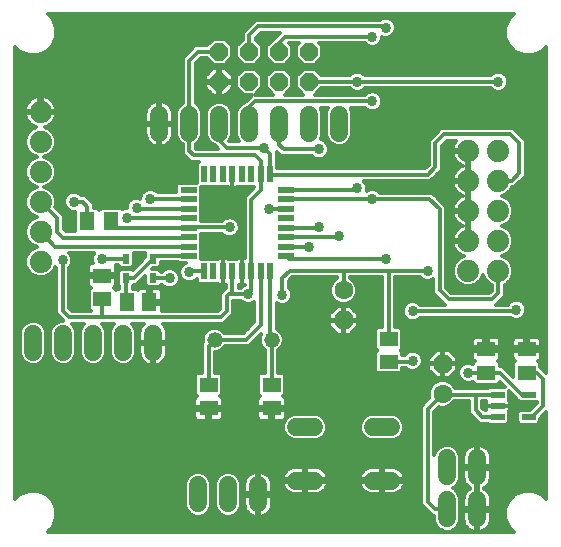
<source format=gtl>
G75*
%MOIN*%
%OFA0B0*%
%FSLAX25Y25*%
%IPPOS*%
%LPD*%
%AMOC8*
5,1,8,0,0,1.08239X$1,22.5*
%
%ADD10R,0.02000X0.05800*%
%ADD11R,0.05800X0.02000*%
%ADD12R,0.06299X0.05118*%
%ADD13C,0.05200*%
%ADD14C,0.06000*%
%ADD15C,0.07400*%
%ADD16R,0.05118X0.06299*%
%ADD17OC8,0.06300*%
%ADD18C,0.06300*%
%ADD19OC8,0.06000*%
%ADD20R,0.02480X0.03268*%
%ADD21R,0.04724X0.02165*%
%ADD22C,0.01200*%
%ADD23C,0.03378*%
%ADD24C,0.01000*%
D10*
X0078478Y0094167D03*
X0081578Y0094167D03*
X0084778Y0094167D03*
X0087878Y0094167D03*
X0091078Y0094167D03*
X0094178Y0094167D03*
X0097378Y0094167D03*
X0100478Y0094167D03*
X0100478Y0126567D03*
X0097378Y0126567D03*
X0094178Y0126567D03*
X0091078Y0126567D03*
X0087878Y0126567D03*
X0084778Y0126567D03*
X0081578Y0126567D03*
X0078478Y0126567D03*
D11*
X0073278Y0121367D03*
X0073278Y0118267D03*
X0073278Y0115067D03*
X0073278Y0111967D03*
X0073278Y0108767D03*
X0073278Y0105667D03*
X0073278Y0102467D03*
X0073278Y0099367D03*
X0105678Y0099367D03*
X0105678Y0102467D03*
X0105678Y0105667D03*
X0105678Y0108767D03*
X0105678Y0111967D03*
X0105678Y0115067D03*
X0105678Y0118267D03*
X0105678Y0121367D03*
D12*
X0139978Y0071607D03*
X0139978Y0064127D03*
X0172478Y0060430D03*
X0172478Y0068304D03*
X0185978Y0068304D03*
X0185978Y0060430D03*
X0100978Y0056367D03*
X0100978Y0048493D03*
X0079978Y0048493D03*
X0079978Y0056367D03*
X0044478Y0084930D03*
X0044478Y0092804D03*
D13*
X0081978Y0071367D03*
X0100978Y0071367D03*
D14*
X0109178Y0042267D02*
X0115178Y0042267D01*
X0115178Y0024467D02*
X0109178Y0024467D01*
X0096478Y0022867D02*
X0096478Y0016867D01*
X0086478Y0016867D02*
X0086478Y0022867D01*
X0076478Y0022867D02*
X0076478Y0016867D01*
X0061478Y0067367D02*
X0061478Y0073367D01*
X0051478Y0073367D02*
X0051478Y0067367D01*
X0041478Y0067367D02*
X0041478Y0073367D01*
X0031478Y0073367D02*
X0031478Y0067367D01*
X0021478Y0067367D02*
X0021478Y0073367D01*
X0063478Y0140367D02*
X0063478Y0146367D01*
X0073478Y0146367D02*
X0073478Y0140367D01*
X0083478Y0140367D02*
X0083478Y0146367D01*
X0093478Y0146367D02*
X0093478Y0140367D01*
X0103478Y0140367D02*
X0103478Y0146367D01*
X0113478Y0146367D02*
X0113478Y0140367D01*
X0123478Y0140367D02*
X0123478Y0146367D01*
X0134778Y0042267D02*
X0140778Y0042267D01*
X0140778Y0024467D02*
X0134778Y0024467D01*
X0159478Y0025867D02*
X0159478Y0031867D01*
X0169478Y0031867D02*
X0169478Y0025867D01*
X0169478Y0017867D02*
X0169478Y0011867D01*
X0159478Y0011867D02*
X0159478Y0017867D01*
D15*
X0166478Y0094367D03*
X0166478Y0104367D03*
X0176478Y0104367D03*
X0176478Y0094367D03*
X0176478Y0114367D03*
X0166478Y0114367D03*
X0166478Y0124367D03*
X0176478Y0124367D03*
X0176478Y0134367D03*
X0166478Y0134367D03*
X0023978Y0137367D03*
X0023978Y0127367D03*
X0023978Y0117367D03*
X0023978Y0107367D03*
X0023978Y0097367D03*
X0023978Y0147367D03*
D16*
X0039541Y0110867D03*
X0047415Y0110867D03*
X0052738Y0083867D03*
X0060219Y0083867D03*
D17*
X0124978Y0077867D03*
X0157978Y0063367D03*
D18*
X0157978Y0053367D03*
X0124978Y0087867D03*
D19*
X0113478Y0157367D03*
X0103478Y0157367D03*
X0093478Y0157367D03*
X0083478Y0157367D03*
X0083478Y0167367D03*
X0093478Y0167367D03*
X0103478Y0167367D03*
X0113478Y0167367D03*
D20*
X0061506Y0098367D03*
X0061506Y0091867D03*
X0052451Y0091867D03*
X0052451Y0098367D03*
D21*
X0176360Y0053107D03*
X0176360Y0049367D03*
X0176360Y0045627D03*
X0186597Y0045627D03*
X0186597Y0053107D03*
D22*
X0015478Y0018255D02*
X0015478Y0168978D01*
X0017117Y0167340D01*
X0019947Y0166167D01*
X0023010Y0166167D01*
X0025840Y0167340D01*
X0028006Y0169505D01*
X0029178Y0172335D01*
X0029178Y0175398D01*
X0028006Y0178228D01*
X0026367Y0179867D01*
X0181590Y0179867D01*
X0179951Y0178228D01*
X0178779Y0175398D01*
X0178779Y0172335D01*
X0179951Y0169505D01*
X0182117Y0167340D01*
X0184947Y0166167D01*
X0188010Y0166167D01*
X0190840Y0167340D01*
X0192478Y0168978D01*
X0192478Y0060478D01*
X0190528Y0062428D01*
X0190528Y0063569D01*
X0189807Y0064289D01*
X0190110Y0064464D01*
X0190408Y0064762D01*
X0190619Y0065127D01*
X0190728Y0065534D01*
X0190728Y0067704D01*
X0186578Y0067704D01*
X0186578Y0068904D01*
X0185378Y0068904D01*
X0185378Y0072463D01*
X0182618Y0072463D01*
X0182211Y0072354D01*
X0181846Y0072143D01*
X0181549Y0071845D01*
X0181338Y0071480D01*
X0181229Y0071073D01*
X0181229Y0068904D01*
X0185378Y0068904D01*
X0185378Y0067704D01*
X0181229Y0067704D01*
X0181229Y0065534D01*
X0181338Y0065127D01*
X0181549Y0064762D01*
X0181846Y0064464D01*
X0182150Y0064289D01*
X0181429Y0063569D01*
X0181429Y0059091D01*
X0179178Y0061341D01*
X0177890Y0062630D01*
X0177028Y0062630D01*
X0177028Y0063569D01*
X0176307Y0064289D01*
X0176610Y0064464D01*
X0176908Y0064762D01*
X0177119Y0065127D01*
X0177228Y0065534D01*
X0177228Y0067704D01*
X0173078Y0067704D01*
X0173078Y0068904D01*
X0171878Y0068904D01*
X0171878Y0067704D01*
X0167729Y0067704D01*
X0167729Y0065534D01*
X0167838Y0065127D01*
X0168049Y0064762D01*
X0168346Y0064464D01*
X0168650Y0064289D01*
X0167929Y0063569D01*
X0167929Y0063326D01*
X0167133Y0063656D01*
X0165824Y0063656D01*
X0164615Y0063155D01*
X0163690Y0062230D01*
X0163189Y0061021D01*
X0163189Y0059712D01*
X0163690Y0058504D01*
X0164615Y0057578D01*
X0165824Y0057078D01*
X0167133Y0057078D01*
X0167929Y0057407D01*
X0167929Y0057291D01*
X0168749Y0056471D01*
X0176208Y0056471D01*
X0177017Y0057280D01*
X0178707Y0055589D01*
X0173418Y0055589D01*
X0173135Y0055307D01*
X0162100Y0055307D01*
X0161836Y0055944D01*
X0160556Y0057224D01*
X0158884Y0057917D01*
X0157073Y0057917D01*
X0155401Y0057224D01*
X0154121Y0055944D01*
X0153428Y0054272D01*
X0153428Y0052462D01*
X0153585Y0052084D01*
X0152067Y0050567D01*
X0150778Y0049278D01*
X0150778Y0016455D01*
X0152067Y0015167D01*
X0153278Y0013955D01*
X0154567Y0012667D01*
X0155078Y0012667D01*
X0155078Y0010991D01*
X0155748Y0009374D01*
X0156986Y0008137D01*
X0158603Y0007467D01*
X0160354Y0007467D01*
X0161971Y0008137D01*
X0163209Y0009374D01*
X0163878Y0010991D01*
X0163878Y0018742D01*
X0163209Y0020359D01*
X0161971Y0021597D01*
X0161319Y0021867D01*
X0161971Y0022137D01*
X0163209Y0023374D01*
X0163878Y0024991D01*
X0163878Y0032742D01*
X0163209Y0034359D01*
X0161971Y0035597D01*
X0160354Y0036267D01*
X0158603Y0036267D01*
X0156986Y0035597D01*
X0155748Y0034359D01*
X0155178Y0032983D01*
X0155178Y0047455D01*
X0156696Y0048973D01*
X0157073Y0048817D01*
X0158884Y0048817D01*
X0160556Y0049509D01*
X0161836Y0050789D01*
X0161884Y0050907D01*
X0166778Y0050907D01*
X0166778Y0046955D01*
X0168067Y0045667D01*
X0170307Y0043427D01*
X0173135Y0043427D01*
X0173418Y0043144D01*
X0179302Y0043144D01*
X0180122Y0043964D01*
X0180122Y0047289D01*
X0180042Y0047370D01*
X0180213Y0047666D01*
X0180322Y0048073D01*
X0180322Y0049367D01*
X0180322Y0050660D01*
X0180213Y0051067D01*
X0180042Y0051364D01*
X0180122Y0051444D01*
X0180122Y0054175D01*
X0182101Y0052196D01*
X0182835Y0051462D01*
X0182835Y0051444D01*
X0183655Y0050624D01*
X0189278Y0050624D01*
X0189278Y0050278D01*
X0187110Y0048109D01*
X0183655Y0048109D01*
X0182835Y0047289D01*
X0182835Y0043964D01*
X0183655Y0043144D01*
X0189539Y0043144D01*
X0190359Y0043964D01*
X0190359Y0045136D01*
X0192390Y0047167D01*
X0192478Y0047255D01*
X0192478Y0018255D01*
X0190840Y0019894D01*
X0188010Y0021066D01*
X0184947Y0021066D01*
X0182117Y0019894D01*
X0179951Y0017728D01*
X0178779Y0014898D01*
X0178779Y0011835D01*
X0179951Y0009005D01*
X0181690Y0007267D01*
X0026267Y0007267D01*
X0028006Y0009005D01*
X0029178Y0011835D01*
X0029178Y0014898D01*
X0028006Y0017728D01*
X0025840Y0019894D01*
X0023010Y0021066D01*
X0019947Y0021066D01*
X0017117Y0019894D01*
X0015478Y0018255D01*
X0015478Y0018653D02*
X0015877Y0018653D01*
X0015478Y0019852D02*
X0017075Y0019852D01*
X0015478Y0021050D02*
X0019909Y0021050D01*
X0023048Y0021050D02*
X0072078Y0021050D01*
X0072078Y0019852D02*
X0025882Y0019852D01*
X0027080Y0018653D02*
X0072078Y0018653D01*
X0072078Y0017455D02*
X0028119Y0017455D01*
X0028615Y0016256D02*
X0072078Y0016256D01*
X0072078Y0015991D02*
X0072748Y0014374D01*
X0073986Y0013137D01*
X0075603Y0012467D01*
X0077354Y0012467D01*
X0078971Y0013137D01*
X0080209Y0014374D01*
X0080878Y0015991D01*
X0080878Y0023742D01*
X0080209Y0025359D01*
X0078971Y0026597D01*
X0077354Y0027267D01*
X0075603Y0027267D01*
X0073986Y0026597D01*
X0072748Y0025359D01*
X0072078Y0023742D01*
X0072078Y0015991D01*
X0072465Y0015058D02*
X0029112Y0015058D01*
X0029178Y0013859D02*
X0073263Y0013859D01*
X0075135Y0012661D02*
X0029178Y0012661D01*
X0029023Y0011462D02*
X0155078Y0011462D01*
X0155078Y0012661D02*
X0098356Y0012661D01*
X0098244Y0012604D02*
X0098889Y0012932D01*
X0099475Y0013358D01*
X0099987Y0013870D01*
X0100413Y0014456D01*
X0100741Y0015101D01*
X0100965Y0015789D01*
X0101078Y0016505D01*
X0101078Y0019467D01*
X0096879Y0019467D01*
X0096879Y0020267D01*
X0101078Y0020267D01*
X0101078Y0023229D01*
X0100965Y0023944D01*
X0100741Y0024632D01*
X0100413Y0025278D01*
X0099987Y0025863D01*
X0099475Y0026375D01*
X0098889Y0026801D01*
X0098244Y0027130D01*
X0097556Y0027353D01*
X0096878Y0027461D01*
X0096878Y0020267D01*
X0096078Y0020267D01*
X0096078Y0019467D01*
X0091878Y0019467D01*
X0091878Y0016505D01*
X0091992Y0015789D01*
X0092215Y0015101D01*
X0092544Y0014456D01*
X0092970Y0013870D01*
X0093482Y0013358D01*
X0094068Y0012932D01*
X0094713Y0012604D01*
X0095401Y0012380D01*
X0096078Y0012273D01*
X0096078Y0019467D01*
X0096878Y0019467D01*
X0096878Y0012273D01*
X0097556Y0012380D01*
X0098244Y0012604D01*
X0096878Y0012661D02*
X0096078Y0012661D01*
X0096078Y0013859D02*
X0096878Y0013859D01*
X0096878Y0015058D02*
X0096078Y0015058D01*
X0096078Y0016256D02*
X0096878Y0016256D01*
X0096878Y0017455D02*
X0096078Y0017455D01*
X0096078Y0018653D02*
X0096878Y0018653D01*
X0096879Y0019852D02*
X0150778Y0019852D01*
X0150778Y0021050D02*
X0143867Y0021050D01*
X0143775Y0020958D02*
X0144287Y0021470D01*
X0144713Y0022056D01*
X0145041Y0022701D01*
X0145265Y0023389D01*
X0145372Y0024067D01*
X0138179Y0024067D01*
X0138179Y0024867D01*
X0145372Y0024867D01*
X0145265Y0025544D01*
X0145041Y0026232D01*
X0144713Y0026878D01*
X0144287Y0027463D01*
X0143775Y0027975D01*
X0143189Y0028401D01*
X0142544Y0028730D01*
X0141856Y0028953D01*
X0141140Y0029067D01*
X0138178Y0029067D01*
X0138178Y0024867D01*
X0137378Y0024867D01*
X0137378Y0029067D01*
X0134416Y0029067D01*
X0133701Y0028953D01*
X0133013Y0028730D01*
X0132368Y0028401D01*
X0131782Y0027975D01*
X0131270Y0027463D01*
X0130844Y0026878D01*
X0130515Y0026232D01*
X0130292Y0025544D01*
X0130184Y0024867D01*
X0137378Y0024867D01*
X0137378Y0024067D01*
X0130184Y0024067D01*
X0130292Y0023389D01*
X0130515Y0022701D01*
X0130844Y0022056D01*
X0131270Y0021470D01*
X0131782Y0020958D01*
X0132368Y0020532D01*
X0133013Y0020204D01*
X0133701Y0019980D01*
X0134416Y0019867D01*
X0137378Y0019867D01*
X0137378Y0024067D01*
X0138178Y0024067D01*
X0138178Y0019867D01*
X0141140Y0019867D01*
X0141856Y0019980D01*
X0142544Y0020204D01*
X0143189Y0020532D01*
X0143775Y0020958D01*
X0144811Y0022249D02*
X0150778Y0022249D01*
X0150778Y0023447D02*
X0145274Y0023447D01*
X0145168Y0025844D02*
X0150778Y0025844D01*
X0150778Y0024646D02*
X0138179Y0024646D01*
X0137378Y0024646D02*
X0112579Y0024646D01*
X0112579Y0024867D02*
X0119772Y0024867D01*
X0119665Y0025544D01*
X0119441Y0026232D01*
X0119113Y0026878D01*
X0118687Y0027463D01*
X0118175Y0027975D01*
X0117589Y0028401D01*
X0116944Y0028730D01*
X0116256Y0028953D01*
X0115540Y0029067D01*
X0112578Y0029067D01*
X0112578Y0024867D01*
X0111778Y0024867D01*
X0111778Y0029067D01*
X0108816Y0029067D01*
X0108101Y0028953D01*
X0107413Y0028730D01*
X0106768Y0028401D01*
X0106182Y0027975D01*
X0105670Y0027463D01*
X0105244Y0026878D01*
X0104915Y0026232D01*
X0104692Y0025544D01*
X0104584Y0024867D01*
X0111778Y0024867D01*
X0111778Y0024067D01*
X0104584Y0024067D01*
X0104692Y0023389D01*
X0104915Y0022701D01*
X0105244Y0022056D01*
X0105670Y0021470D01*
X0106182Y0020958D01*
X0106768Y0020532D01*
X0107413Y0020204D01*
X0108101Y0019980D01*
X0108816Y0019867D01*
X0111778Y0019867D01*
X0111778Y0024067D01*
X0112578Y0024067D01*
X0112578Y0019867D01*
X0115540Y0019867D01*
X0116256Y0019980D01*
X0116944Y0020204D01*
X0117589Y0020532D01*
X0118175Y0020958D01*
X0118687Y0021470D01*
X0119113Y0022056D01*
X0119441Y0022701D01*
X0119665Y0023389D01*
X0119772Y0024067D01*
X0112579Y0024067D01*
X0112579Y0024867D01*
X0111778Y0024646D02*
X0100735Y0024646D01*
X0101044Y0023447D02*
X0104683Y0023447D01*
X0105146Y0022249D02*
X0101078Y0022249D01*
X0101078Y0021050D02*
X0106089Y0021050D01*
X0111778Y0021050D02*
X0112578Y0021050D01*
X0112578Y0022249D02*
X0111778Y0022249D01*
X0111778Y0023447D02*
X0112578Y0023447D01*
X0112578Y0025844D02*
X0111778Y0025844D01*
X0111778Y0027043D02*
X0112578Y0027043D01*
X0112578Y0028241D02*
X0111778Y0028241D01*
X0106548Y0028241D02*
X0015478Y0028241D01*
X0015478Y0027043D02*
X0075063Y0027043D01*
X0073234Y0025844D02*
X0015478Y0025844D01*
X0015478Y0024646D02*
X0072453Y0024646D01*
X0072078Y0023447D02*
X0015478Y0023447D01*
X0015478Y0022249D02*
X0072078Y0022249D01*
X0077894Y0027043D02*
X0085063Y0027043D01*
X0085603Y0027267D02*
X0083986Y0026597D01*
X0082748Y0025359D01*
X0082078Y0023742D01*
X0082078Y0015991D01*
X0082748Y0014374D01*
X0083986Y0013137D01*
X0085603Y0012467D01*
X0087354Y0012467D01*
X0088971Y0013137D01*
X0090209Y0014374D01*
X0090878Y0015991D01*
X0090878Y0023742D01*
X0090209Y0025359D01*
X0088971Y0026597D01*
X0087354Y0027267D01*
X0085603Y0027267D01*
X0087894Y0027043D02*
X0094542Y0027043D01*
X0094713Y0027130D02*
X0094068Y0026801D01*
X0093482Y0026375D01*
X0092970Y0025863D01*
X0092544Y0025278D01*
X0092215Y0024632D01*
X0091992Y0023944D01*
X0091878Y0023229D01*
X0091878Y0020267D01*
X0096078Y0020267D01*
X0096078Y0027461D01*
X0095401Y0027353D01*
X0094713Y0027130D01*
X0096078Y0027043D02*
X0096878Y0027043D01*
X0096878Y0025844D02*
X0096078Y0025844D01*
X0096078Y0024646D02*
X0096878Y0024646D01*
X0096878Y0023447D02*
X0096078Y0023447D01*
X0096078Y0022249D02*
X0096878Y0022249D01*
X0096878Y0021050D02*
X0096078Y0021050D01*
X0096078Y0019852D02*
X0090878Y0019852D01*
X0090878Y0021050D02*
X0091878Y0021050D01*
X0091878Y0022249D02*
X0090878Y0022249D01*
X0090878Y0023447D02*
X0091913Y0023447D01*
X0092222Y0024646D02*
X0090504Y0024646D01*
X0089723Y0025844D02*
X0092956Y0025844D01*
X0098415Y0027043D02*
X0105364Y0027043D01*
X0104789Y0025844D02*
X0100001Y0025844D01*
X0101078Y0018653D02*
X0150778Y0018653D01*
X0150778Y0017455D02*
X0101078Y0017455D01*
X0101039Y0016256D02*
X0150978Y0016256D01*
X0152176Y0015058D02*
X0100719Y0015058D01*
X0099976Y0013859D02*
X0153375Y0013859D01*
X0155478Y0014867D02*
X0159478Y0014867D01*
X0155478Y0014867D02*
X0152978Y0017367D01*
X0152978Y0048367D01*
X0157978Y0053367D01*
X0158238Y0053107D01*
X0168978Y0053107D01*
X0168978Y0047867D01*
X0171219Y0045627D01*
X0176360Y0045627D01*
X0176360Y0049367D02*
X0172398Y0049367D01*
X0176360Y0049367D01*
X0180322Y0049367D01*
X0176360Y0049367D01*
X0176360Y0049367D01*
X0176360Y0049367D01*
X0176360Y0053107D02*
X0168978Y0053107D01*
X0171178Y0050907D02*
X0172464Y0050907D01*
X0172398Y0050660D01*
X0172398Y0049367D01*
X0172398Y0048073D01*
X0172464Y0047826D01*
X0172130Y0047826D01*
X0171178Y0048778D01*
X0171178Y0050907D01*
X0171178Y0049815D02*
X0172398Y0049815D01*
X0172398Y0048616D02*
X0171340Y0048616D01*
X0168713Y0045021D02*
X0155178Y0045021D01*
X0155178Y0046219D02*
X0167515Y0046219D01*
X0166778Y0047418D02*
X0155178Y0047418D01*
X0156339Y0048616D02*
X0166778Y0048616D01*
X0166778Y0049815D02*
X0160861Y0049815D01*
X0161892Y0055807D02*
X0178490Y0055807D01*
X0177291Y0057006D02*
X0176743Y0057006D01*
X0176978Y0060430D02*
X0172478Y0060430D01*
X0172415Y0060367D01*
X0166478Y0060367D01*
X0163512Y0061800D02*
X0162728Y0061800D01*
X0162728Y0061399D02*
X0162728Y0063167D01*
X0158179Y0063167D01*
X0158179Y0063567D01*
X0162728Y0063567D01*
X0162728Y0065334D01*
X0159946Y0068117D01*
X0158178Y0068117D01*
X0158178Y0063567D01*
X0157778Y0063567D01*
X0157778Y0063167D01*
X0153228Y0063167D01*
X0153228Y0061399D01*
X0156011Y0058617D01*
X0157778Y0058617D01*
X0157778Y0063167D01*
X0158178Y0063167D01*
X0158178Y0058617D01*
X0159946Y0058617D01*
X0162728Y0061399D01*
X0163189Y0060601D02*
X0161930Y0060601D01*
X0160732Y0059403D02*
X0163318Y0059403D01*
X0163990Y0058204D02*
X0105528Y0058204D01*
X0105528Y0057006D02*
X0155183Y0057006D01*
X0154064Y0055807D02*
X0105528Y0055807D01*
X0105528Y0054609D02*
X0153568Y0054609D01*
X0153428Y0053410D02*
X0105528Y0053410D01*
X0105528Y0053228D02*
X0105528Y0059506D01*
X0104708Y0060326D01*
X0103178Y0060326D01*
X0103178Y0067948D01*
X0103244Y0067976D01*
X0104369Y0069101D01*
X0104978Y0070571D01*
X0104978Y0072162D01*
X0104369Y0073632D01*
X0103244Y0074758D01*
X0102678Y0074992D01*
X0102678Y0083552D01*
X0103824Y0083078D01*
X0105133Y0083078D01*
X0106342Y0083578D01*
X0107267Y0084504D01*
X0107767Y0085712D01*
X0107767Y0087021D01*
X0107267Y0088230D01*
X0106678Y0088818D01*
X0106678Y0090955D01*
X0107890Y0092167D01*
X0122778Y0092167D01*
X0122778Y0091880D01*
X0122401Y0091724D01*
X0121121Y0090444D01*
X0120428Y0088772D01*
X0120428Y0086962D01*
X0121121Y0085289D01*
X0122401Y0084009D01*
X0124073Y0083317D01*
X0125884Y0083317D01*
X0127556Y0084009D01*
X0128836Y0085289D01*
X0129528Y0086962D01*
X0129528Y0088772D01*
X0128836Y0090444D01*
X0127556Y0091724D01*
X0127178Y0091880D01*
X0127178Y0092167D01*
X0137778Y0092167D01*
X0137778Y0075566D01*
X0136249Y0075566D01*
X0135429Y0074746D01*
X0135429Y0068468D01*
X0136030Y0067867D01*
X0135429Y0067265D01*
X0135429Y0060988D01*
X0136249Y0060167D01*
X0143708Y0060167D01*
X0144528Y0060988D01*
X0144528Y0061927D01*
X0145767Y0061927D01*
X0146115Y0061578D01*
X0147324Y0061078D01*
X0148633Y0061078D01*
X0149842Y0061578D01*
X0150767Y0062504D01*
X0151267Y0063712D01*
X0151267Y0065021D01*
X0150767Y0066230D01*
X0149842Y0067155D01*
X0148633Y0067656D01*
X0147324Y0067656D01*
X0146115Y0067155D01*
X0145287Y0066326D01*
X0144528Y0066326D01*
X0144528Y0067265D01*
X0143927Y0067867D01*
X0144528Y0068468D01*
X0144528Y0074746D01*
X0143708Y0075566D01*
X0142178Y0075566D01*
X0142178Y0092167D01*
X0150527Y0092167D01*
X0151115Y0091578D01*
X0152324Y0091078D01*
X0153633Y0091078D01*
X0154778Y0091552D01*
X0154778Y0086955D01*
X0158667Y0083067D01*
X0150430Y0083067D01*
X0149842Y0083655D01*
X0148633Y0084156D01*
X0147324Y0084156D01*
X0146115Y0083655D01*
X0145190Y0082730D01*
X0144689Y0081521D01*
X0144689Y0080212D01*
X0145190Y0079004D01*
X0146115Y0078078D01*
X0147324Y0077578D01*
X0148633Y0077578D01*
X0149842Y0078078D01*
X0150430Y0078667D01*
X0180527Y0078667D01*
X0180615Y0078578D01*
X0181824Y0078078D01*
X0183133Y0078078D01*
X0184342Y0078578D01*
X0185267Y0079504D01*
X0185767Y0080712D01*
X0185767Y0082021D01*
X0185267Y0083230D01*
X0184342Y0084155D01*
X0183133Y0084656D01*
X0181824Y0084656D01*
X0180615Y0084155D01*
X0179690Y0083230D01*
X0179623Y0083067D01*
X0175790Y0083067D01*
X0177390Y0084667D01*
X0178678Y0085955D01*
X0178678Y0089758D01*
X0179367Y0090043D01*
X0180802Y0091478D01*
X0181578Y0093352D01*
X0181578Y0095381D01*
X0180802Y0097256D01*
X0179367Y0098690D01*
X0177734Y0099367D01*
X0179367Y0100043D01*
X0180802Y0101478D01*
X0181578Y0103352D01*
X0181578Y0105381D01*
X0180802Y0107256D01*
X0179367Y0108690D01*
X0177734Y0109367D01*
X0179367Y0110043D01*
X0180802Y0111478D01*
X0181578Y0113352D01*
X0181578Y0115381D01*
X0180802Y0117256D01*
X0179367Y0118690D01*
X0177734Y0119367D01*
X0179367Y0120043D01*
X0180802Y0121478D01*
X0181087Y0122167D01*
X0181890Y0122167D01*
X0184390Y0124667D01*
X0185678Y0125955D01*
X0185678Y0137778D01*
X0184390Y0139067D01*
X0181390Y0142067D01*
X0157567Y0142067D01*
X0153278Y0137778D01*
X0153278Y0129778D01*
X0152067Y0128567D01*
X0102878Y0128567D01*
X0102878Y0130047D01*
X0102678Y0130247D01*
X0102678Y0134055D01*
X0102778Y0133955D01*
X0104067Y0132667D01*
X0114316Y0132667D01*
X0114904Y0132078D01*
X0116113Y0131578D01*
X0117422Y0131578D01*
X0118630Y0132078D01*
X0119556Y0133004D01*
X0120056Y0134212D01*
X0120056Y0135521D01*
X0119556Y0136730D01*
X0118630Y0137655D01*
X0117422Y0138156D01*
X0117325Y0138156D01*
X0117878Y0139491D01*
X0117878Y0147242D01*
X0117288Y0148667D01*
X0119669Y0148667D01*
X0119078Y0147242D01*
X0119078Y0139491D01*
X0119748Y0137874D01*
X0120986Y0136637D01*
X0122603Y0135967D01*
X0124354Y0135967D01*
X0125971Y0136637D01*
X0127209Y0137874D01*
X0127878Y0139491D01*
X0127878Y0147242D01*
X0127288Y0148667D01*
X0132027Y0148667D01*
X0132615Y0148078D01*
X0133824Y0147578D01*
X0135133Y0147578D01*
X0136342Y0148078D01*
X0137267Y0149004D01*
X0137767Y0150212D01*
X0137767Y0151521D01*
X0137267Y0152730D01*
X0136342Y0153655D01*
X0135133Y0154156D01*
X0133824Y0154156D01*
X0132615Y0153655D01*
X0132027Y0153067D01*
X0115401Y0153067D01*
X0117501Y0155167D01*
X0127027Y0155167D01*
X0127615Y0154578D01*
X0128824Y0154078D01*
X0130133Y0154078D01*
X0131342Y0154578D01*
X0131930Y0155167D01*
X0174027Y0155167D01*
X0174615Y0154578D01*
X0175824Y0154078D01*
X0177133Y0154078D01*
X0178342Y0154578D01*
X0179267Y0155504D01*
X0179767Y0156712D01*
X0179767Y0158021D01*
X0179267Y0159230D01*
X0178342Y0160155D01*
X0177133Y0160656D01*
X0175824Y0160656D01*
X0174615Y0160155D01*
X0174027Y0159567D01*
X0131930Y0159567D01*
X0131342Y0160155D01*
X0130133Y0160656D01*
X0128824Y0160656D01*
X0127615Y0160155D01*
X0127027Y0159567D01*
X0117501Y0159567D01*
X0115301Y0161767D01*
X0111656Y0161767D01*
X0109078Y0159189D01*
X0109078Y0155544D01*
X0111556Y0153067D01*
X0105401Y0153067D01*
X0107878Y0155544D01*
X0107878Y0159189D01*
X0105301Y0161767D01*
X0101656Y0161767D01*
X0099078Y0159189D01*
X0099078Y0155544D01*
X0101556Y0153067D01*
X0095401Y0153067D01*
X0097878Y0155544D01*
X0097878Y0159189D01*
X0095301Y0161767D01*
X0091656Y0161767D01*
X0089078Y0159189D01*
X0089078Y0155544D01*
X0091656Y0152967D01*
X0094467Y0152967D01*
X0093278Y0151778D01*
X0092030Y0150529D01*
X0090986Y0150097D01*
X0089748Y0148859D01*
X0089078Y0147242D01*
X0089078Y0139491D01*
X0089748Y0137874D01*
X0090056Y0137567D01*
X0086901Y0137567D01*
X0087209Y0137874D01*
X0087878Y0139491D01*
X0087878Y0147242D01*
X0087209Y0148859D01*
X0085971Y0150097D01*
X0084354Y0150767D01*
X0082603Y0150767D01*
X0080986Y0150097D01*
X0079748Y0148859D01*
X0079078Y0147242D01*
X0079078Y0139491D01*
X0079748Y0137874D01*
X0080986Y0136637D01*
X0082030Y0136204D01*
X0083167Y0135067D01*
X0075890Y0135067D01*
X0075678Y0135278D01*
X0075678Y0136515D01*
X0075971Y0136637D01*
X0077209Y0137874D01*
X0077878Y0139491D01*
X0077878Y0147242D01*
X0077209Y0148859D01*
X0075971Y0150097D01*
X0075678Y0150218D01*
X0075678Y0163455D01*
X0077390Y0165167D01*
X0079456Y0165167D01*
X0081656Y0162967D01*
X0085301Y0162967D01*
X0087878Y0165544D01*
X0087878Y0169189D01*
X0085301Y0171767D01*
X0081656Y0171767D01*
X0079456Y0169567D01*
X0075567Y0169567D01*
X0071278Y0165278D01*
X0071278Y0150218D01*
X0070986Y0150097D01*
X0069748Y0148859D01*
X0069078Y0147242D01*
X0069078Y0139491D01*
X0069748Y0137874D01*
X0070986Y0136637D01*
X0071278Y0136515D01*
X0071278Y0133455D01*
X0072567Y0132167D01*
X0072778Y0131955D01*
X0074067Y0130667D01*
X0076699Y0130667D01*
X0076078Y0130047D01*
X0076078Y0123767D01*
X0069799Y0123767D01*
X0068978Y0122947D01*
X0068978Y0120556D01*
X0062930Y0120556D01*
X0062342Y0121144D01*
X0061133Y0121645D01*
X0059824Y0121645D01*
X0058615Y0121144D01*
X0057690Y0120219D01*
X0057189Y0119010D01*
X0057189Y0118425D01*
X0056633Y0118656D01*
X0055324Y0118656D01*
X0054115Y0118155D01*
X0053190Y0117230D01*
X0052689Y0116021D01*
X0052689Y0115345D01*
X0052009Y0115345D01*
X0051031Y0114939D01*
X0050554Y0115416D01*
X0044277Y0115416D01*
X0043478Y0114618D01*
X0042680Y0115416D01*
X0041741Y0115416D01*
X0041741Y0116715D01*
X0040178Y0118278D01*
X0038890Y0119567D01*
X0037508Y0119567D01*
X0036919Y0120155D01*
X0035711Y0120656D01*
X0034402Y0120656D01*
X0033193Y0120155D01*
X0032268Y0119230D01*
X0031767Y0118021D01*
X0031767Y0116712D01*
X0032268Y0115504D01*
X0033193Y0114578D01*
X0034402Y0114078D01*
X0035582Y0114078D01*
X0035582Y0107567D01*
X0032390Y0107567D01*
X0031678Y0108278D01*
X0031678Y0112778D01*
X0030390Y0114067D01*
X0028793Y0115663D01*
X0029078Y0116352D01*
X0029078Y0118381D01*
X0028302Y0120256D01*
X0026867Y0121690D01*
X0025234Y0122367D01*
X0026867Y0123043D01*
X0028302Y0124478D01*
X0029078Y0126352D01*
X0029078Y0128381D01*
X0028302Y0130256D01*
X0026867Y0131690D01*
X0025234Y0132367D01*
X0026867Y0133043D01*
X0028302Y0134478D01*
X0029078Y0136352D01*
X0029078Y0138381D01*
X0028302Y0140256D01*
X0026867Y0141690D01*
X0025457Y0142274D01*
X0026013Y0142455D01*
X0026756Y0142834D01*
X0027431Y0143324D01*
X0028021Y0143914D01*
X0028511Y0144589D01*
X0028890Y0145332D01*
X0029148Y0146126D01*
X0029278Y0146950D01*
X0029278Y0146967D01*
X0024379Y0146967D01*
X0024379Y0147767D01*
X0029278Y0147767D01*
X0029278Y0147784D01*
X0029148Y0148608D01*
X0028890Y0149401D01*
X0028511Y0150144D01*
X0028021Y0150819D01*
X0027431Y0151409D01*
X0026756Y0151900D01*
X0026013Y0152278D01*
X0025220Y0152536D01*
X0024396Y0152667D01*
X0024378Y0152667D01*
X0024378Y0147767D01*
X0023578Y0147767D01*
X0023578Y0146967D01*
X0018678Y0146967D01*
X0018678Y0146950D01*
X0018809Y0146126D01*
X0019067Y0145332D01*
X0019445Y0144589D01*
X0019936Y0143914D01*
X0020526Y0143324D01*
X0021201Y0142834D01*
X0021944Y0142455D01*
X0022500Y0142274D01*
X0021090Y0141690D01*
X0019655Y0140256D01*
X0018878Y0138381D01*
X0018878Y0136352D01*
X0019655Y0134478D01*
X0021090Y0133043D01*
X0022723Y0132367D01*
X0021090Y0131690D01*
X0019655Y0130256D01*
X0018878Y0128381D01*
X0018878Y0126352D01*
X0019655Y0124478D01*
X0021090Y0123043D01*
X0022723Y0122367D01*
X0021090Y0121690D01*
X0019655Y0120256D01*
X0018878Y0118381D01*
X0018878Y0116352D01*
X0019655Y0114478D01*
X0021090Y0113043D01*
X0022723Y0112367D01*
X0021090Y0111690D01*
X0019655Y0110256D01*
X0018878Y0108381D01*
X0018878Y0106352D01*
X0019655Y0104478D01*
X0021090Y0103043D01*
X0022723Y0102367D01*
X0021090Y0101690D01*
X0019655Y0100256D01*
X0018878Y0098381D01*
X0018878Y0096352D01*
X0019655Y0094478D01*
X0021090Y0093043D01*
X0022964Y0092267D01*
X0024993Y0092267D01*
X0026867Y0093043D01*
X0028302Y0094478D01*
X0028801Y0095682D01*
X0029067Y0095415D01*
X0029067Y0080166D01*
X0030356Y0078878D01*
X0031278Y0077955D01*
X0031467Y0077767D01*
X0030603Y0077767D01*
X0028986Y0077097D01*
X0027748Y0075859D01*
X0027078Y0074242D01*
X0027078Y0066491D01*
X0027748Y0064874D01*
X0028986Y0063637D01*
X0030603Y0062967D01*
X0032354Y0062967D01*
X0033971Y0063637D01*
X0035209Y0064874D01*
X0035878Y0066491D01*
X0035878Y0074242D01*
X0035209Y0075859D01*
X0034401Y0076667D01*
X0038556Y0076667D01*
X0037748Y0075859D01*
X0037078Y0074242D01*
X0037078Y0066491D01*
X0037748Y0064874D01*
X0038986Y0063637D01*
X0040603Y0062967D01*
X0042354Y0062967D01*
X0043971Y0063637D01*
X0045209Y0064874D01*
X0045878Y0066491D01*
X0045878Y0074242D01*
X0045209Y0075859D01*
X0044401Y0076667D01*
X0048556Y0076667D01*
X0047748Y0075859D01*
X0047078Y0074242D01*
X0047078Y0066491D01*
X0047748Y0064874D01*
X0048986Y0063637D01*
X0050603Y0062967D01*
X0052354Y0062967D01*
X0053971Y0063637D01*
X0055209Y0064874D01*
X0055878Y0066491D01*
X0055878Y0074242D01*
X0055209Y0075859D01*
X0054401Y0076667D01*
X0058273Y0076667D01*
X0057970Y0076363D01*
X0057544Y0075778D01*
X0057215Y0075132D01*
X0056992Y0074444D01*
X0056878Y0073729D01*
X0056878Y0070767D01*
X0061078Y0070767D01*
X0061078Y0069967D01*
X0056878Y0069967D01*
X0056878Y0067005D01*
X0056992Y0066289D01*
X0057215Y0065601D01*
X0057544Y0064956D01*
X0057970Y0064370D01*
X0058482Y0063858D01*
X0059068Y0063432D01*
X0059713Y0063104D01*
X0060401Y0062880D01*
X0061078Y0062773D01*
X0061078Y0069967D01*
X0061878Y0069967D01*
X0061878Y0062773D01*
X0062556Y0062880D01*
X0063244Y0063104D01*
X0063889Y0063432D01*
X0064475Y0063858D01*
X0064987Y0064370D01*
X0065413Y0064956D01*
X0065741Y0065601D01*
X0065965Y0066289D01*
X0066078Y0067005D01*
X0066078Y0069967D01*
X0061879Y0069967D01*
X0061879Y0070767D01*
X0066078Y0070767D01*
X0066078Y0073729D01*
X0065965Y0074444D01*
X0065741Y0075132D01*
X0065413Y0075778D01*
X0064987Y0076363D01*
X0064684Y0076667D01*
X0084890Y0076667D01*
X0086890Y0078667D01*
X0088178Y0079955D01*
X0088178Y0084417D01*
X0090777Y0084417D01*
X0091365Y0083828D01*
X0092574Y0083328D01*
X0093883Y0083328D01*
X0095092Y0083828D01*
X0095178Y0083915D01*
X0095178Y0077178D01*
X0091567Y0073567D01*
X0085397Y0073567D01*
X0085369Y0073632D01*
X0084244Y0074758D01*
X0082774Y0075367D01*
X0081183Y0075367D01*
X0079713Y0074758D01*
X0078587Y0073632D01*
X0077978Y0072162D01*
X0077978Y0070571D01*
X0078006Y0070505D01*
X0077778Y0070278D01*
X0077778Y0060326D01*
X0076249Y0060326D01*
X0075429Y0059506D01*
X0075429Y0053228D01*
X0076150Y0052507D01*
X0075846Y0052332D01*
X0075549Y0052034D01*
X0075338Y0051669D01*
X0075229Y0051262D01*
X0075229Y0049093D01*
X0079378Y0049093D01*
X0079378Y0047893D01*
X0075229Y0047893D01*
X0075229Y0045723D01*
X0075338Y0045316D01*
X0075549Y0044951D01*
X0075846Y0044653D01*
X0076211Y0044443D01*
X0076618Y0044334D01*
X0079378Y0044334D01*
X0079378Y0047893D01*
X0080578Y0047893D01*
X0080578Y0044334D01*
X0083339Y0044334D01*
X0083746Y0044443D01*
X0084110Y0044653D01*
X0084408Y0044951D01*
X0084619Y0045316D01*
X0084728Y0045723D01*
X0084728Y0047893D01*
X0080578Y0047893D01*
X0080578Y0049093D01*
X0084728Y0049093D01*
X0084728Y0051262D01*
X0084619Y0051669D01*
X0084408Y0052034D01*
X0084110Y0052332D01*
X0083807Y0052507D01*
X0084528Y0053228D01*
X0084528Y0059506D01*
X0083708Y0060326D01*
X0082178Y0060326D01*
X0082178Y0067367D01*
X0082774Y0067367D01*
X0084244Y0067976D01*
X0085369Y0069101D01*
X0085397Y0069167D01*
X0093390Y0069167D01*
X0097398Y0073175D01*
X0096978Y0072162D01*
X0096978Y0070571D01*
X0097587Y0069101D01*
X0098713Y0067976D01*
X0098778Y0067948D01*
X0098778Y0060326D01*
X0097249Y0060326D01*
X0096429Y0059506D01*
X0096429Y0053228D01*
X0097150Y0052507D01*
X0096846Y0052332D01*
X0096549Y0052034D01*
X0096338Y0051669D01*
X0096229Y0051262D01*
X0096229Y0049093D01*
X0100378Y0049093D01*
X0100378Y0047893D01*
X0096229Y0047893D01*
X0096229Y0045723D01*
X0096338Y0045316D01*
X0096549Y0044951D01*
X0096846Y0044653D01*
X0097211Y0044443D01*
X0097618Y0044334D01*
X0100378Y0044334D01*
X0100378Y0047893D01*
X0101578Y0047893D01*
X0101578Y0044334D01*
X0104339Y0044334D01*
X0104746Y0044443D01*
X0105110Y0044653D01*
X0105408Y0044951D01*
X0105619Y0045316D01*
X0105728Y0045723D01*
X0105728Y0047893D01*
X0101578Y0047893D01*
X0101578Y0049093D01*
X0105728Y0049093D01*
X0105728Y0051262D01*
X0105619Y0051669D01*
X0105408Y0052034D01*
X0105110Y0052332D01*
X0104807Y0052507D01*
X0105528Y0053228D01*
X0105231Y0052212D02*
X0153532Y0052212D01*
X0152514Y0051013D02*
X0105728Y0051013D01*
X0105728Y0049815D02*
X0151315Y0049815D01*
X0150778Y0048616D02*
X0101578Y0048616D01*
X0101578Y0047418D02*
X0100378Y0047418D01*
X0100378Y0048616D02*
X0080578Y0048616D01*
X0080578Y0047418D02*
X0079378Y0047418D01*
X0079378Y0048616D02*
X0015478Y0048616D01*
X0015478Y0047418D02*
X0075229Y0047418D01*
X0075229Y0046219D02*
X0015478Y0046219D01*
X0015478Y0045021D02*
X0075508Y0045021D01*
X0079378Y0045021D02*
X0080578Y0045021D01*
X0080578Y0046219D02*
X0079378Y0046219D01*
X0084448Y0045021D02*
X0096508Y0045021D01*
X0096229Y0046219D02*
X0084728Y0046219D01*
X0084728Y0047418D02*
X0096229Y0047418D01*
X0096229Y0049815D02*
X0084728Y0049815D01*
X0084728Y0051013D02*
X0096229Y0051013D01*
X0096726Y0052212D02*
X0084231Y0052212D01*
X0084528Y0053410D02*
X0096429Y0053410D01*
X0096429Y0054609D02*
X0084528Y0054609D01*
X0084528Y0055807D02*
X0096429Y0055807D01*
X0096429Y0057006D02*
X0084528Y0057006D01*
X0084528Y0058204D02*
X0096429Y0058204D01*
X0096429Y0059403D02*
X0084528Y0059403D01*
X0082178Y0060601D02*
X0098778Y0060601D01*
X0098778Y0061800D02*
X0082178Y0061800D01*
X0082178Y0062998D02*
X0098778Y0062998D01*
X0098778Y0064197D02*
X0082178Y0064197D01*
X0082178Y0065395D02*
X0098778Y0065395D01*
X0098778Y0066594D02*
X0082178Y0066594D01*
X0083802Y0067792D02*
X0098778Y0067792D01*
X0097698Y0068991D02*
X0085259Y0068991D01*
X0081978Y0071367D02*
X0079978Y0069367D01*
X0079978Y0056367D01*
X0075429Y0055807D02*
X0015478Y0055807D01*
X0015478Y0054609D02*
X0075429Y0054609D01*
X0075429Y0053410D02*
X0015478Y0053410D01*
X0015478Y0052212D02*
X0075726Y0052212D01*
X0075229Y0051013D02*
X0015478Y0051013D01*
X0015478Y0049815D02*
X0075229Y0049815D01*
X0075429Y0057006D02*
X0015478Y0057006D01*
X0015478Y0058204D02*
X0075429Y0058204D01*
X0075429Y0059403D02*
X0015478Y0059403D01*
X0015478Y0060601D02*
X0077778Y0060601D01*
X0077778Y0061800D02*
X0015478Y0061800D01*
X0015478Y0062998D02*
X0020527Y0062998D01*
X0020603Y0062967D02*
X0022354Y0062967D01*
X0023971Y0063637D01*
X0025209Y0064874D01*
X0025878Y0066491D01*
X0025878Y0074242D01*
X0025209Y0075859D01*
X0023971Y0077097D01*
X0022354Y0077767D01*
X0020603Y0077767D01*
X0018986Y0077097D01*
X0017748Y0075859D01*
X0017078Y0074242D01*
X0017078Y0066491D01*
X0017748Y0064874D01*
X0018986Y0063637D01*
X0020603Y0062967D01*
X0022430Y0062998D02*
X0030527Y0062998D01*
X0032430Y0062998D02*
X0040527Y0062998D01*
X0042430Y0062998D02*
X0050527Y0062998D01*
X0052430Y0062998D02*
X0060037Y0062998D01*
X0061078Y0062998D02*
X0061878Y0062998D01*
X0062920Y0062998D02*
X0077778Y0062998D01*
X0077778Y0064197D02*
X0064814Y0064197D01*
X0065637Y0065395D02*
X0077778Y0065395D01*
X0077778Y0066594D02*
X0066013Y0066594D01*
X0066078Y0067792D02*
X0077778Y0067792D01*
X0077778Y0068991D02*
X0066078Y0068991D01*
X0066078Y0071388D02*
X0077978Y0071388D01*
X0078154Y0072586D02*
X0066078Y0072586D01*
X0066070Y0073785D02*
X0078740Y0073785D01*
X0080257Y0074983D02*
X0065790Y0074983D01*
X0065119Y0076182D02*
X0094182Y0076182D01*
X0095178Y0077380D02*
X0085603Y0077380D01*
X0086802Y0078579D02*
X0095178Y0078579D01*
X0095178Y0079777D02*
X0088000Y0079777D01*
X0088178Y0080976D02*
X0095178Y0080976D01*
X0095178Y0082174D02*
X0088178Y0082174D01*
X0088178Y0083373D02*
X0092465Y0083373D01*
X0093992Y0083373D02*
X0095178Y0083373D01*
X0092978Y0086367D02*
X0093228Y0086617D01*
X0087978Y0086617D01*
X0087878Y0086717D01*
X0087878Y0094167D01*
X0084779Y0094159D02*
X0084778Y0094159D01*
X0084778Y0094167D02*
X0084779Y0094167D01*
X0084778Y0094167D01*
X0084778Y0098667D01*
X0083568Y0098667D01*
X0083161Y0098558D01*
X0083003Y0098467D01*
X0077578Y0098467D01*
X0077578Y0104047D01*
X0077558Y0104067D01*
X0077578Y0104087D01*
X0077578Y0106667D01*
X0084527Y0106667D01*
X0085115Y0106078D01*
X0086324Y0105578D01*
X0087633Y0105578D01*
X0088842Y0106078D01*
X0089767Y0107004D01*
X0090267Y0108212D01*
X0090267Y0109521D01*
X0089767Y0110730D01*
X0088842Y0111655D01*
X0087633Y0112156D01*
X0086324Y0112156D01*
X0085115Y0111655D01*
X0084527Y0111067D01*
X0077578Y0111067D01*
X0077578Y0116647D01*
X0077558Y0116667D01*
X0077578Y0116687D01*
X0077578Y0122267D01*
X0083158Y0122267D01*
X0083178Y0122287D01*
X0083199Y0122267D01*
X0086103Y0122267D01*
X0086261Y0122176D01*
X0086668Y0122067D01*
X0087878Y0122067D01*
X0087878Y0126567D01*
X0087879Y0126567D01*
X0087879Y0122067D01*
X0089089Y0122067D01*
X0089496Y0122176D01*
X0089654Y0122267D01*
X0095178Y0122267D01*
X0095178Y0122178D01*
X0091978Y0118978D01*
X0091978Y0098667D01*
X0091079Y0098667D01*
X0091079Y0094167D01*
X0091078Y0094167D01*
X0091078Y0098667D01*
X0089868Y0098667D01*
X0089461Y0098558D01*
X0089303Y0098467D01*
X0086554Y0098467D01*
X0086396Y0098558D01*
X0085989Y0098667D01*
X0084779Y0098667D01*
X0084779Y0094167D01*
X0084779Y0089667D01*
X0085678Y0089667D01*
X0085678Y0088678D01*
X0083778Y0086778D01*
X0083778Y0084955D01*
X0083778Y0081778D01*
X0083067Y0081067D01*
X0064378Y0081067D01*
X0064378Y0083267D01*
X0060819Y0083267D01*
X0060819Y0084467D01*
X0064378Y0084467D01*
X0064378Y0087227D01*
X0064269Y0087634D01*
X0064058Y0087999D01*
X0063760Y0088297D01*
X0063395Y0088507D01*
X0062988Y0088616D01*
X0060819Y0088616D01*
X0060819Y0084467D01*
X0059619Y0084467D01*
X0059619Y0088616D01*
X0057449Y0088616D01*
X0057042Y0088507D01*
X0056677Y0088297D01*
X0056379Y0087999D01*
X0056348Y0087945D01*
X0055877Y0088416D01*
X0054651Y0088416D01*
X0054651Y0089213D01*
X0055091Y0089653D01*
X0055091Y0089667D01*
X0055917Y0089667D01*
X0057206Y0090955D01*
X0058866Y0092615D01*
X0058866Y0089653D01*
X0059686Y0088833D01*
X0063326Y0088833D01*
X0064146Y0089653D01*
X0064146Y0089667D01*
X0064527Y0089667D01*
X0065115Y0089078D01*
X0066324Y0088578D01*
X0067633Y0088578D01*
X0068842Y0089078D01*
X0069767Y0090004D01*
X0070267Y0091212D01*
X0070267Y0092521D01*
X0069767Y0093730D01*
X0068842Y0094655D01*
X0067633Y0095156D01*
X0066324Y0095156D01*
X0065115Y0094655D01*
X0064527Y0094067D01*
X0064146Y0094067D01*
X0064146Y0094080D01*
X0063326Y0094901D01*
X0061151Y0094901D01*
X0061583Y0095333D01*
X0063326Y0095333D01*
X0064146Y0096153D01*
X0064146Y0097167D01*
X0069599Y0097167D01*
X0069799Y0096967D01*
X0072368Y0096967D01*
X0071615Y0096655D01*
X0070690Y0095730D01*
X0070189Y0094521D01*
X0070189Y0093212D01*
X0070690Y0092004D01*
X0071615Y0091078D01*
X0072824Y0090578D01*
X0074133Y0090578D01*
X0075342Y0091078D01*
X0076078Y0091815D01*
X0076078Y0090687D01*
X0076899Y0089867D01*
X0083003Y0089867D01*
X0083161Y0089776D01*
X0083568Y0089667D01*
X0084778Y0089667D01*
X0084778Y0094167D01*
X0084778Y0095358D02*
X0084779Y0095358D01*
X0084778Y0096556D02*
X0084779Y0096556D01*
X0084778Y0097755D02*
X0084779Y0097755D01*
X0084778Y0092961D02*
X0084779Y0092961D01*
X0084778Y0091762D02*
X0084779Y0091762D01*
X0084778Y0090564D02*
X0084779Y0090564D01*
X0085678Y0089365D02*
X0069129Y0089365D01*
X0069999Y0090564D02*
X0076201Y0090564D01*
X0076078Y0091762D02*
X0076026Y0091762D01*
X0073778Y0094167D02*
X0078478Y0094167D01*
X0073778Y0094167D02*
X0073478Y0093867D01*
X0070931Y0091762D02*
X0070267Y0091762D01*
X0070294Y0092961D02*
X0070085Y0092961D01*
X0070189Y0094159D02*
X0069337Y0094159D01*
X0070536Y0095358D02*
X0063351Y0095358D01*
X0064067Y0094159D02*
X0064620Y0094159D01*
X0064146Y0096556D02*
X0071517Y0096556D01*
X0073278Y0099367D02*
X0062506Y0099367D01*
X0061506Y0098367D01*
X0055006Y0091867D01*
X0052451Y0091867D01*
X0052451Y0084154D01*
X0052738Y0083867D01*
X0049028Y0087845D02*
X0049028Y0088069D01*
X0048307Y0088789D01*
X0048610Y0088964D01*
X0048908Y0089262D01*
X0049119Y0089627D01*
X0049228Y0090034D01*
X0049228Y0092204D01*
X0045078Y0092204D01*
X0045078Y0093404D01*
X0049228Y0093404D01*
X0049228Y0095573D01*
X0049119Y0095980D01*
X0049011Y0096167D01*
X0049811Y0096167D01*
X0049811Y0096153D01*
X0050631Y0095333D01*
X0054271Y0095333D01*
X0055091Y0096153D01*
X0055091Y0100267D01*
X0058866Y0100267D01*
X0058866Y0098838D01*
X0054600Y0094572D01*
X0054271Y0094901D01*
X0050631Y0094901D01*
X0049811Y0094080D01*
X0049811Y0089653D01*
X0050251Y0089213D01*
X0050251Y0088416D01*
X0049599Y0088416D01*
X0049028Y0087845D01*
X0048930Y0088167D02*
X0049350Y0088167D01*
X0048968Y0089365D02*
X0050098Y0089365D01*
X0049811Y0090564D02*
X0049228Y0090564D01*
X0049228Y0091762D02*
X0049811Y0091762D01*
X0049811Y0092961D02*
X0045078Y0092961D01*
X0043878Y0092961D02*
X0033467Y0092961D01*
X0033467Y0094159D02*
X0039729Y0094159D01*
X0039729Y0093404D02*
X0043878Y0093404D01*
X0043878Y0092204D01*
X0039729Y0092204D01*
X0039729Y0090034D01*
X0039838Y0089627D01*
X0040049Y0089262D01*
X0040346Y0088964D01*
X0040650Y0088789D01*
X0039929Y0088069D01*
X0039929Y0081791D01*
X0040653Y0081067D01*
X0034390Y0081067D01*
X0033467Y0081989D01*
X0033467Y0095415D01*
X0034056Y0096004D01*
X0034556Y0097212D01*
X0034556Y0098521D01*
X0034056Y0099730D01*
X0033519Y0100267D01*
X0041727Y0100267D01*
X0041690Y0100230D01*
X0041189Y0099021D01*
X0041189Y0097712D01*
X0041500Y0096963D01*
X0041118Y0096963D01*
X0040711Y0096854D01*
X0040346Y0096643D01*
X0040049Y0096345D01*
X0039838Y0095980D01*
X0039729Y0095573D01*
X0039729Y0093404D01*
X0039729Y0091762D02*
X0033467Y0091762D01*
X0033467Y0090564D02*
X0039729Y0090564D01*
X0039989Y0089365D02*
X0033467Y0089365D01*
X0033467Y0088167D02*
X0040027Y0088167D01*
X0039929Y0086968D02*
X0033467Y0086968D01*
X0033467Y0085770D02*
X0039929Y0085770D01*
X0039929Y0084571D02*
X0033467Y0084571D01*
X0033467Y0083373D02*
X0039929Y0083373D01*
X0039929Y0082174D02*
X0033467Y0082174D01*
X0031267Y0081078D02*
X0033478Y0078867D01*
X0043978Y0078867D01*
X0044478Y0079367D01*
X0044478Y0084930D01*
X0043978Y0078867D02*
X0083978Y0078867D01*
X0085978Y0080867D01*
X0085978Y0085867D01*
X0086728Y0086617D01*
X0087978Y0086617D01*
X0090078Y0088817D02*
X0090078Y0089667D01*
X0091078Y0089667D01*
X0091078Y0094167D01*
X0091079Y0094167D01*
X0091079Y0089667D01*
X0091978Y0089667D01*
X0091978Y0089659D01*
X0091365Y0089405D01*
X0090777Y0088817D01*
X0090078Y0088817D01*
X0090078Y0089365D02*
X0091326Y0089365D01*
X0091078Y0090564D02*
X0091079Y0090564D01*
X0091078Y0091762D02*
X0091079Y0091762D01*
X0091078Y0092961D02*
X0091079Y0092961D01*
X0091078Y0094159D02*
X0091079Y0094159D01*
X0091078Y0095358D02*
X0091079Y0095358D01*
X0091078Y0096556D02*
X0091079Y0096556D01*
X0091078Y0097755D02*
X0091079Y0097755D01*
X0091978Y0098954D02*
X0077578Y0098954D01*
X0077578Y0100152D02*
X0091978Y0100152D01*
X0091978Y0101351D02*
X0077578Y0101351D01*
X0077578Y0102549D02*
X0091978Y0102549D01*
X0091978Y0103748D02*
X0077578Y0103748D01*
X0077578Y0104946D02*
X0091978Y0104946D01*
X0091978Y0106145D02*
X0088908Y0106145D01*
X0089907Y0107343D02*
X0091978Y0107343D01*
X0091978Y0108542D02*
X0090267Y0108542D01*
X0090177Y0109740D02*
X0091978Y0109740D01*
X0091978Y0110939D02*
X0089558Y0110939D01*
X0087677Y0112137D02*
X0091978Y0112137D01*
X0091978Y0113336D02*
X0077578Y0113336D01*
X0077578Y0114534D02*
X0091978Y0114534D01*
X0091978Y0115733D02*
X0077578Y0115733D01*
X0077578Y0116931D02*
X0091978Y0116931D01*
X0091978Y0118130D02*
X0077578Y0118130D01*
X0077578Y0119328D02*
X0092329Y0119328D01*
X0093527Y0120527D02*
X0077578Y0120527D01*
X0077578Y0121725D02*
X0094726Y0121725D01*
X0097378Y0121267D02*
X0094178Y0118067D01*
X0094178Y0094167D01*
X0094178Y0087567D01*
X0093228Y0086617D01*
X0094178Y0094167D02*
X0094478Y0094467D01*
X0097378Y0094167D02*
X0097378Y0076467D01*
X0097478Y0076367D01*
X0092478Y0071367D01*
X0081978Y0071367D01*
X0083700Y0074983D02*
X0092984Y0074983D01*
X0091785Y0073785D02*
X0085217Y0073785D01*
X0077778Y0070189D02*
X0061879Y0070189D01*
X0061078Y0070189D02*
X0055878Y0070189D01*
X0055878Y0068991D02*
X0056878Y0068991D01*
X0056878Y0067792D02*
X0055878Y0067792D01*
X0055878Y0066594D02*
X0056944Y0066594D01*
X0057320Y0065395D02*
X0055424Y0065395D01*
X0054531Y0064197D02*
X0058143Y0064197D01*
X0061078Y0064197D02*
X0061878Y0064197D01*
X0061878Y0065395D02*
X0061078Y0065395D01*
X0061078Y0066594D02*
X0061878Y0066594D01*
X0061878Y0067792D02*
X0061078Y0067792D01*
X0061078Y0068991D02*
X0061878Y0068991D01*
X0056878Y0071388D02*
X0055878Y0071388D01*
X0055878Y0072586D02*
X0056878Y0072586D01*
X0056887Y0073785D02*
X0055878Y0073785D01*
X0055571Y0074983D02*
X0057167Y0074983D01*
X0057838Y0076182D02*
X0054886Y0076182D01*
X0048071Y0076182D02*
X0044886Y0076182D01*
X0045571Y0074983D02*
X0047386Y0074983D01*
X0047078Y0073785D02*
X0045878Y0073785D01*
X0045878Y0072586D02*
X0047078Y0072586D01*
X0047078Y0071388D02*
X0045878Y0071388D01*
X0045878Y0070189D02*
X0047078Y0070189D01*
X0047078Y0068991D02*
X0045878Y0068991D01*
X0045878Y0067792D02*
X0047078Y0067792D01*
X0047078Y0066594D02*
X0045878Y0066594D01*
X0045424Y0065395D02*
X0047533Y0065395D01*
X0048426Y0064197D02*
X0044531Y0064197D01*
X0038426Y0064197D02*
X0034531Y0064197D01*
X0035424Y0065395D02*
X0037533Y0065395D01*
X0037078Y0066594D02*
X0035878Y0066594D01*
X0035878Y0067792D02*
X0037078Y0067792D01*
X0037078Y0068991D02*
X0035878Y0068991D01*
X0035878Y0070189D02*
X0037078Y0070189D01*
X0037078Y0071388D02*
X0035878Y0071388D01*
X0035878Y0072586D02*
X0037078Y0072586D01*
X0037078Y0073785D02*
X0035878Y0073785D01*
X0035571Y0074983D02*
X0037386Y0074983D01*
X0038071Y0076182D02*
X0034886Y0076182D01*
X0030655Y0078579D02*
X0015478Y0078579D01*
X0015478Y0079777D02*
X0029456Y0079777D01*
X0029067Y0080976D02*
X0015478Y0080976D01*
X0015478Y0082174D02*
X0029067Y0082174D01*
X0029067Y0083373D02*
X0015478Y0083373D01*
X0015478Y0084571D02*
X0029067Y0084571D01*
X0029067Y0085770D02*
X0015478Y0085770D01*
X0015478Y0086968D02*
X0029067Y0086968D01*
X0029067Y0088167D02*
X0015478Y0088167D01*
X0015478Y0089365D02*
X0029067Y0089365D01*
X0029067Y0090564D02*
X0015478Y0090564D01*
X0015478Y0091762D02*
X0029067Y0091762D01*
X0029067Y0092961D02*
X0026669Y0092961D01*
X0027984Y0094159D02*
X0029067Y0094159D01*
X0029067Y0095358D02*
X0028667Y0095358D01*
X0031267Y0097867D02*
X0031267Y0081078D01*
X0029671Y0077380D02*
X0023286Y0077380D01*
X0024886Y0076182D02*
X0028071Y0076182D01*
X0027386Y0074983D02*
X0025571Y0074983D01*
X0025878Y0073785D02*
X0027078Y0073785D01*
X0027078Y0072586D02*
X0025878Y0072586D01*
X0025878Y0071388D02*
X0027078Y0071388D01*
X0027078Y0070189D02*
X0025878Y0070189D01*
X0025878Y0068991D02*
X0027078Y0068991D01*
X0027078Y0067792D02*
X0025878Y0067792D01*
X0025878Y0066594D02*
X0027078Y0066594D01*
X0027533Y0065395D02*
X0025424Y0065395D01*
X0024531Y0064197D02*
X0028426Y0064197D01*
X0018426Y0064197D02*
X0015478Y0064197D01*
X0015478Y0065395D02*
X0017533Y0065395D01*
X0017078Y0066594D02*
X0015478Y0066594D01*
X0015478Y0067792D02*
X0017078Y0067792D01*
X0017078Y0068991D02*
X0015478Y0068991D01*
X0015478Y0070189D02*
X0017078Y0070189D01*
X0017078Y0071388D02*
X0015478Y0071388D01*
X0015478Y0072586D02*
X0017078Y0072586D01*
X0017078Y0073785D02*
X0015478Y0073785D01*
X0015478Y0074983D02*
X0017386Y0074983D01*
X0018071Y0076182D02*
X0015478Y0076182D01*
X0015478Y0077380D02*
X0019671Y0077380D01*
X0021288Y0092961D02*
X0015478Y0092961D01*
X0015478Y0094159D02*
X0019973Y0094159D01*
X0019290Y0095358D02*
X0015478Y0095358D01*
X0015478Y0096556D02*
X0018878Y0096556D01*
X0018878Y0097755D02*
X0015478Y0097755D01*
X0015478Y0098954D02*
X0019116Y0098954D01*
X0019612Y0100152D02*
X0015478Y0100152D01*
X0015478Y0101351D02*
X0020750Y0101351D01*
X0022282Y0102549D02*
X0015478Y0102549D01*
X0015478Y0103748D02*
X0020385Y0103748D01*
X0019461Y0104946D02*
X0015478Y0104946D01*
X0015478Y0106145D02*
X0018964Y0106145D01*
X0018878Y0107343D02*
X0015478Y0107343D01*
X0015478Y0108542D02*
X0018945Y0108542D01*
X0019441Y0109740D02*
X0015478Y0109740D01*
X0015478Y0110939D02*
X0020338Y0110939D01*
X0022169Y0112137D02*
X0015478Y0112137D01*
X0015478Y0113336D02*
X0020797Y0113336D01*
X0019632Y0114534D02*
X0015478Y0114534D01*
X0015478Y0115733D02*
X0019135Y0115733D01*
X0018878Y0116931D02*
X0015478Y0116931D01*
X0015478Y0118130D02*
X0018878Y0118130D01*
X0019271Y0119328D02*
X0015478Y0119328D01*
X0015478Y0120527D02*
X0019926Y0120527D01*
X0021174Y0121725D02*
X0015478Y0121725D01*
X0015478Y0122924D02*
X0021378Y0122924D01*
X0020010Y0124122D02*
X0015478Y0124122D01*
X0015478Y0125321D02*
X0019306Y0125321D01*
X0018878Y0126519D02*
X0015478Y0126519D01*
X0015478Y0127718D02*
X0018878Y0127718D01*
X0019100Y0128916D02*
X0015478Y0128916D01*
X0015478Y0130115D02*
X0019597Y0130115D01*
X0020713Y0131313D02*
X0015478Y0131313D01*
X0015478Y0132512D02*
X0022372Y0132512D01*
X0020422Y0133710D02*
X0015478Y0133710D01*
X0015478Y0134909D02*
X0019476Y0134909D01*
X0018980Y0136107D02*
X0015478Y0136107D01*
X0015478Y0137306D02*
X0018878Y0137306D01*
X0018930Y0138504D02*
X0015478Y0138504D01*
X0015478Y0139703D02*
X0019426Y0139703D01*
X0020301Y0140901D02*
X0015478Y0140901D01*
X0015478Y0142100D02*
X0022079Y0142100D01*
X0020561Y0143298D02*
X0015478Y0143298D01*
X0015478Y0144497D02*
X0019512Y0144497D01*
X0018949Y0145695D02*
X0015478Y0145695D01*
X0015478Y0146894D02*
X0018687Y0146894D01*
X0018678Y0147767D02*
X0023578Y0147767D01*
X0023578Y0152667D01*
X0023561Y0152667D01*
X0022737Y0152536D01*
X0021944Y0152278D01*
X0021201Y0151900D01*
X0020526Y0151409D01*
X0019936Y0150819D01*
X0019445Y0150144D01*
X0019067Y0149401D01*
X0018809Y0148608D01*
X0018678Y0147784D01*
X0018678Y0147767D01*
X0018727Y0148092D02*
X0015478Y0148092D01*
X0015478Y0149291D02*
X0019031Y0149291D01*
X0019696Y0150490D02*
X0015478Y0150490D01*
X0015478Y0151688D02*
X0020909Y0151688D01*
X0023578Y0151688D02*
X0024378Y0151688D01*
X0024378Y0150490D02*
X0023578Y0150490D01*
X0023578Y0149291D02*
X0024378Y0149291D01*
X0024378Y0148092D02*
X0023578Y0148092D01*
X0027048Y0151688D02*
X0071278Y0151688D01*
X0071278Y0150490D02*
X0065519Y0150490D01*
X0065244Y0150630D02*
X0064556Y0150853D01*
X0063878Y0150961D01*
X0063878Y0143767D01*
X0063078Y0143767D01*
X0063078Y0142967D01*
X0058878Y0142967D01*
X0058878Y0140005D01*
X0058992Y0139289D01*
X0059215Y0138601D01*
X0059544Y0137956D01*
X0059970Y0137370D01*
X0060482Y0136858D01*
X0061068Y0136432D01*
X0061713Y0136104D01*
X0062401Y0135880D01*
X0063078Y0135773D01*
X0063078Y0142967D01*
X0063878Y0142967D01*
X0063878Y0135773D01*
X0064556Y0135880D01*
X0065244Y0136104D01*
X0065889Y0136432D01*
X0066475Y0136858D01*
X0066987Y0137370D01*
X0067413Y0137956D01*
X0067741Y0138601D01*
X0067965Y0139289D01*
X0068078Y0140005D01*
X0068078Y0142967D01*
X0063879Y0142967D01*
X0063879Y0143767D01*
X0068078Y0143767D01*
X0068078Y0146729D01*
X0067965Y0147444D01*
X0067741Y0148132D01*
X0067413Y0148778D01*
X0066987Y0149363D01*
X0066475Y0149875D01*
X0065889Y0150301D01*
X0065244Y0150630D01*
X0063878Y0150490D02*
X0063078Y0150490D01*
X0063078Y0150961D02*
X0062401Y0150853D01*
X0061713Y0150630D01*
X0061068Y0150301D01*
X0060482Y0149875D01*
X0059970Y0149363D01*
X0059544Y0148778D01*
X0059215Y0148132D01*
X0058992Y0147444D01*
X0058878Y0146729D01*
X0058878Y0143767D01*
X0063078Y0143767D01*
X0063078Y0150961D01*
X0063078Y0149291D02*
X0063878Y0149291D01*
X0063878Y0148092D02*
X0063078Y0148092D01*
X0063078Y0146894D02*
X0063878Y0146894D01*
X0063878Y0145695D02*
X0063078Y0145695D01*
X0063078Y0144497D02*
X0063878Y0144497D01*
X0063879Y0143298D02*
X0069078Y0143298D01*
X0069078Y0142100D02*
X0068078Y0142100D01*
X0068078Y0140901D02*
X0069078Y0140901D01*
X0069078Y0139703D02*
X0068031Y0139703D01*
X0067692Y0138504D02*
X0069487Y0138504D01*
X0070317Y0137306D02*
X0066923Y0137306D01*
X0065252Y0136107D02*
X0071278Y0136107D01*
X0071278Y0134909D02*
X0028481Y0134909D01*
X0028977Y0136107D02*
X0061705Y0136107D01*
X0063078Y0136107D02*
X0063878Y0136107D01*
X0063878Y0137306D02*
X0063078Y0137306D01*
X0063078Y0138504D02*
X0063878Y0138504D01*
X0063878Y0139703D02*
X0063078Y0139703D01*
X0063078Y0140901D02*
X0063878Y0140901D01*
X0063878Y0142100D02*
X0063078Y0142100D01*
X0063078Y0143298D02*
X0027396Y0143298D01*
X0028445Y0144497D02*
X0058878Y0144497D01*
X0058878Y0145695D02*
X0029008Y0145695D01*
X0029270Y0146894D02*
X0058905Y0146894D01*
X0059202Y0148092D02*
X0029230Y0148092D01*
X0028926Y0149291D02*
X0059917Y0149291D01*
X0061438Y0150490D02*
X0028261Y0150490D01*
X0025878Y0142100D02*
X0058878Y0142100D01*
X0058878Y0140901D02*
X0027656Y0140901D01*
X0028531Y0139703D02*
X0058926Y0139703D01*
X0059265Y0138504D02*
X0029027Y0138504D01*
X0029078Y0137306D02*
X0060034Y0137306D01*
X0068078Y0144497D02*
X0069078Y0144497D01*
X0069078Y0145695D02*
X0068078Y0145695D01*
X0068052Y0146894D02*
X0069078Y0146894D01*
X0069431Y0148092D02*
X0067754Y0148092D01*
X0067040Y0149291D02*
X0070180Y0149291D01*
X0071278Y0152887D02*
X0015478Y0152887D01*
X0015478Y0154085D02*
X0071278Y0154085D01*
X0071278Y0155284D02*
X0015478Y0155284D01*
X0015478Y0156482D02*
X0071278Y0156482D01*
X0071278Y0157681D02*
X0015478Y0157681D01*
X0015478Y0158879D02*
X0071278Y0158879D01*
X0071278Y0160078D02*
X0015478Y0160078D01*
X0015478Y0161276D02*
X0071278Y0161276D01*
X0071278Y0162475D02*
X0015478Y0162475D01*
X0015478Y0163673D02*
X0071278Y0163673D01*
X0071278Y0164872D02*
X0015478Y0164872D01*
X0015478Y0166070D02*
X0072071Y0166070D01*
X0073269Y0167269D02*
X0025668Y0167269D01*
X0026967Y0168467D02*
X0074468Y0168467D01*
X0076478Y0167367D02*
X0073478Y0164367D01*
X0073478Y0143367D01*
X0073478Y0134367D01*
X0074978Y0132867D01*
X0095478Y0132867D01*
X0097378Y0130967D01*
X0097378Y0126567D01*
X0097378Y0121267D01*
X0100678Y0126367D02*
X0152978Y0126367D01*
X0155478Y0128867D01*
X0155478Y0136867D01*
X0158478Y0139867D01*
X0180478Y0139867D01*
X0183478Y0136867D01*
X0183478Y0126867D01*
X0180978Y0124367D01*
X0176478Y0124367D01*
X0179851Y0120527D02*
X0192478Y0120527D01*
X0192478Y0121725D02*
X0180905Y0121725D01*
X0182647Y0122924D02*
X0192478Y0122924D01*
X0192478Y0124122D02*
X0183845Y0124122D01*
X0184390Y0124667D02*
X0184390Y0124667D01*
X0185044Y0125321D02*
X0192478Y0125321D01*
X0192478Y0126519D02*
X0185678Y0126519D01*
X0185678Y0127718D02*
X0192478Y0127718D01*
X0192478Y0128916D02*
X0185678Y0128916D01*
X0185678Y0130115D02*
X0192478Y0130115D01*
X0192478Y0131313D02*
X0185678Y0131313D01*
X0185678Y0132512D02*
X0192478Y0132512D01*
X0192478Y0133710D02*
X0185678Y0133710D01*
X0185678Y0134909D02*
X0192478Y0134909D01*
X0192478Y0136107D02*
X0185678Y0136107D01*
X0185678Y0137306D02*
X0192478Y0137306D01*
X0192478Y0138504D02*
X0184952Y0138504D01*
X0183753Y0139703D02*
X0192478Y0139703D01*
X0192478Y0140901D02*
X0182555Y0140901D01*
X0192478Y0142100D02*
X0127878Y0142100D01*
X0127878Y0143298D02*
X0192478Y0143298D01*
X0192478Y0144497D02*
X0127878Y0144497D01*
X0127878Y0145695D02*
X0192478Y0145695D01*
X0192478Y0146894D02*
X0127878Y0146894D01*
X0127526Y0148092D02*
X0132601Y0148092D01*
X0134478Y0150867D02*
X0095478Y0150867D01*
X0093478Y0148867D01*
X0093478Y0143367D01*
X0089078Y0143298D02*
X0087878Y0143298D01*
X0087878Y0142100D02*
X0089078Y0142100D01*
X0089078Y0140901D02*
X0087878Y0140901D01*
X0087878Y0139703D02*
X0089078Y0139703D01*
X0089487Y0138504D02*
X0087470Y0138504D01*
X0085978Y0135367D02*
X0083478Y0137867D01*
X0083478Y0143367D01*
X0079078Y0143298D02*
X0077878Y0143298D01*
X0077878Y0142100D02*
X0079078Y0142100D01*
X0079078Y0140901D02*
X0077878Y0140901D01*
X0077878Y0139703D02*
X0079078Y0139703D01*
X0079487Y0138504D02*
X0077470Y0138504D01*
X0076640Y0137306D02*
X0080317Y0137306D01*
X0082126Y0136107D02*
X0075678Y0136107D01*
X0072222Y0132512D02*
X0025585Y0132512D01*
X0027244Y0131313D02*
X0073421Y0131313D01*
X0076147Y0130115D02*
X0028360Y0130115D01*
X0028857Y0128916D02*
X0076078Y0128916D01*
X0076078Y0127718D02*
X0029078Y0127718D01*
X0029078Y0126519D02*
X0076078Y0126519D01*
X0076078Y0125321D02*
X0028651Y0125321D01*
X0027947Y0124122D02*
X0076078Y0124122D01*
X0073189Y0118356D02*
X0073278Y0118267D01*
X0073189Y0118356D02*
X0060478Y0118356D01*
X0057998Y0120527D02*
X0036022Y0120527D01*
X0034091Y0120527D02*
X0028031Y0120527D01*
X0028686Y0119328D02*
X0032367Y0119328D01*
X0031813Y0118130D02*
X0029078Y0118130D01*
X0029078Y0116931D02*
X0031767Y0116931D01*
X0032173Y0115733D02*
X0028822Y0115733D01*
X0029922Y0114534D02*
X0033300Y0114534D01*
X0031121Y0113336D02*
X0035582Y0113336D01*
X0035582Y0112137D02*
X0031678Y0112137D01*
X0031678Y0110939D02*
X0035582Y0110939D01*
X0035582Y0109740D02*
X0031678Y0109740D01*
X0031678Y0108542D02*
X0035582Y0108542D01*
X0039541Y0110867D02*
X0039541Y0115804D01*
X0037978Y0117367D01*
X0035056Y0117367D01*
X0039128Y0119328D02*
X0057321Y0119328D01*
X0054090Y0118130D02*
X0040327Y0118130D01*
X0041525Y0116931D02*
X0053067Y0116931D01*
X0052689Y0115733D02*
X0041741Y0115733D01*
X0047415Y0110867D02*
X0049515Y0108767D01*
X0073278Y0108767D01*
X0073178Y0108867D01*
X0073278Y0108767D02*
X0072478Y0108767D01*
X0072578Y0108867D01*
X0086978Y0108867D01*
X0085049Y0106145D02*
X0077578Y0106145D01*
X0073278Y0105667D02*
X0072978Y0105367D01*
X0031478Y0105367D01*
X0029478Y0107367D01*
X0029478Y0111867D01*
X0023978Y0117367D01*
X0026783Y0121725D02*
X0068978Y0121725D01*
X0068978Y0122924D02*
X0026579Y0122924D01*
X0027535Y0133710D02*
X0071278Y0133710D01*
X0077878Y0144497D02*
X0079078Y0144497D01*
X0079078Y0145695D02*
X0077878Y0145695D01*
X0077878Y0146894D02*
X0079078Y0146894D01*
X0079431Y0148092D02*
X0077526Y0148092D01*
X0076777Y0149291D02*
X0080180Y0149291D01*
X0081934Y0150490D02*
X0075678Y0150490D01*
X0075678Y0151688D02*
X0093189Y0151688D01*
X0093278Y0151778D02*
X0093278Y0151778D01*
X0094387Y0152887D02*
X0085504Y0152887D01*
X0085384Y0152767D02*
X0088078Y0155461D01*
X0088078Y0156967D01*
X0083879Y0156967D01*
X0083879Y0157767D01*
X0088078Y0157767D01*
X0088078Y0159272D01*
X0085384Y0161967D01*
X0083878Y0161967D01*
X0083878Y0157767D01*
X0083078Y0157767D01*
X0083078Y0156967D01*
X0078878Y0156967D01*
X0078878Y0155461D01*
X0081573Y0152767D01*
X0083078Y0152767D01*
X0083078Y0156967D01*
X0083878Y0156967D01*
X0083878Y0152767D01*
X0085384Y0152767D01*
X0083878Y0152887D02*
X0083078Y0152887D01*
X0083078Y0154085D02*
X0083878Y0154085D01*
X0083878Y0155284D02*
X0083078Y0155284D01*
X0083078Y0156482D02*
X0083878Y0156482D01*
X0083879Y0157681D02*
X0089078Y0157681D01*
X0089078Y0158879D02*
X0088078Y0158879D01*
X0087273Y0160078D02*
X0089967Y0160078D01*
X0091165Y0161276D02*
X0086074Y0161276D01*
X0083878Y0161276D02*
X0083078Y0161276D01*
X0083078Y0161967D02*
X0081573Y0161967D01*
X0078878Y0159272D01*
X0078878Y0157767D01*
X0083078Y0157767D01*
X0083078Y0161967D01*
X0083078Y0160078D02*
X0083878Y0160078D01*
X0083878Y0158879D02*
X0083078Y0158879D01*
X0083078Y0157681D02*
X0075678Y0157681D01*
X0075678Y0158879D02*
X0078878Y0158879D01*
X0079684Y0160078D02*
X0075678Y0160078D01*
X0075678Y0161276D02*
X0080883Y0161276D01*
X0080949Y0163673D02*
X0075896Y0163673D01*
X0075678Y0162475D02*
X0192478Y0162475D01*
X0192478Y0163673D02*
X0116007Y0163673D01*
X0115301Y0162967D02*
X0117878Y0165544D01*
X0117878Y0169189D01*
X0116901Y0170167D01*
X0132027Y0170167D01*
X0132615Y0169578D01*
X0133824Y0169078D01*
X0135133Y0169078D01*
X0136342Y0169578D01*
X0137267Y0170504D01*
X0137767Y0171712D01*
X0137767Y0172308D01*
X0138324Y0172078D01*
X0139633Y0172078D01*
X0140842Y0172578D01*
X0141767Y0173504D01*
X0142267Y0174712D01*
X0142267Y0176021D01*
X0141767Y0177230D01*
X0140842Y0178155D01*
X0139633Y0178656D01*
X0138324Y0178656D01*
X0137115Y0178155D01*
X0137027Y0178067D01*
X0095567Y0178067D01*
X0094278Y0176778D01*
X0091278Y0173778D01*
X0091278Y0171389D01*
X0089078Y0169189D01*
X0089078Y0165544D01*
X0091656Y0162967D01*
X0095301Y0162967D01*
X0097878Y0165544D01*
X0097878Y0169189D01*
X0095678Y0171389D01*
X0095678Y0171955D01*
X0097390Y0173667D01*
X0103667Y0173667D01*
X0103278Y0173278D01*
X0101767Y0171767D01*
X0101656Y0171767D01*
X0099078Y0169189D01*
X0099078Y0165544D01*
X0101656Y0162967D01*
X0105301Y0162967D01*
X0107878Y0165544D01*
X0107878Y0169189D01*
X0106901Y0170167D01*
X0110056Y0170167D01*
X0109078Y0169189D01*
X0109078Y0165544D01*
X0111656Y0162967D01*
X0115301Y0162967D01*
X0115792Y0161276D02*
X0192478Y0161276D01*
X0192478Y0160078D02*
X0178419Y0160078D01*
X0179412Y0158879D02*
X0192478Y0158879D01*
X0192478Y0157681D02*
X0179767Y0157681D01*
X0179672Y0156482D02*
X0192478Y0156482D01*
X0192478Y0155284D02*
X0179047Y0155284D01*
X0177150Y0154085D02*
X0192478Y0154085D01*
X0192478Y0152887D02*
X0137110Y0152887D01*
X0137698Y0151688D02*
X0192478Y0151688D01*
X0192478Y0150490D02*
X0137767Y0150490D01*
X0137386Y0149291D02*
X0192478Y0149291D01*
X0192478Y0148092D02*
X0136356Y0148092D01*
X0135303Y0154085D02*
X0175806Y0154085D01*
X0176478Y0157367D02*
X0129478Y0157367D01*
X0113478Y0157367D01*
X0110538Y0154085D02*
X0106419Y0154085D01*
X0107618Y0155284D02*
X0109339Y0155284D01*
X0109078Y0156482D02*
X0107878Y0156482D01*
X0107878Y0157681D02*
X0109078Y0157681D01*
X0109078Y0158879D02*
X0107878Y0158879D01*
X0106990Y0160078D02*
X0109967Y0160078D01*
X0111165Y0161276D02*
X0105792Y0161276D01*
X0106007Y0163673D02*
X0110949Y0163673D01*
X0109751Y0164872D02*
X0107206Y0164872D01*
X0107878Y0166070D02*
X0109078Y0166070D01*
X0109078Y0167269D02*
X0107878Y0167269D01*
X0107878Y0168467D02*
X0109078Y0168467D01*
X0109555Y0169666D02*
X0107402Y0169666D01*
X0105478Y0172367D02*
X0134478Y0172367D01*
X0137416Y0170864D02*
X0179389Y0170864D01*
X0179885Y0169666D02*
X0136429Y0169666D01*
X0137767Y0172063D02*
X0178892Y0172063D01*
X0178779Y0173261D02*
X0141524Y0173261D01*
X0142163Y0174460D02*
X0178779Y0174460D01*
X0178887Y0175658D02*
X0142267Y0175658D01*
X0141921Y0176857D02*
X0179383Y0176857D01*
X0179880Y0178055D02*
X0140941Y0178055D01*
X0138478Y0175867D02*
X0138978Y0175367D01*
X0138478Y0175867D02*
X0096478Y0175867D01*
X0093478Y0172867D01*
X0093478Y0167367D01*
X0089078Y0167269D02*
X0087878Y0167269D01*
X0087878Y0168467D02*
X0089078Y0168467D01*
X0089555Y0169666D02*
X0087402Y0169666D01*
X0086203Y0170864D02*
X0090753Y0170864D01*
X0091278Y0172063D02*
X0029065Y0172063D01*
X0029178Y0173261D02*
X0091278Y0173261D01*
X0091960Y0174460D02*
X0029178Y0174460D01*
X0029070Y0175658D02*
X0093159Y0175658D01*
X0094357Y0176857D02*
X0028573Y0176857D01*
X0028077Y0178055D02*
X0095556Y0178055D01*
X0096984Y0173261D02*
X0103262Y0173261D01*
X0102063Y0172063D02*
X0095786Y0172063D01*
X0096203Y0170864D02*
X0100753Y0170864D01*
X0099555Y0169666D02*
X0097402Y0169666D01*
X0097878Y0168467D02*
X0099078Y0168467D01*
X0099078Y0167269D02*
X0097878Y0167269D01*
X0097878Y0166070D02*
X0099078Y0166070D01*
X0099751Y0164872D02*
X0097206Y0164872D01*
X0096007Y0163673D02*
X0100949Y0163673D01*
X0101165Y0161276D02*
X0095792Y0161276D01*
X0096990Y0160078D02*
X0099967Y0160078D01*
X0099078Y0158879D02*
X0097878Y0158879D01*
X0097878Y0157681D02*
X0099078Y0157681D01*
X0099078Y0156482D02*
X0097878Y0156482D01*
X0097618Y0155284D02*
X0099339Y0155284D01*
X0100538Y0154085D02*
X0096419Y0154085D01*
X0091934Y0150490D02*
X0085023Y0150490D01*
X0086777Y0149291D02*
X0090180Y0149291D01*
X0089431Y0148092D02*
X0087526Y0148092D01*
X0087878Y0146894D02*
X0089078Y0146894D01*
X0089078Y0145695D02*
X0087878Y0145695D01*
X0087878Y0144497D02*
X0089078Y0144497D01*
X0085978Y0135367D02*
X0098478Y0135367D01*
X0100478Y0133367D01*
X0100478Y0126567D01*
X0100678Y0126367D01*
X0102878Y0128916D02*
X0152417Y0128916D01*
X0153278Y0130115D02*
X0102810Y0130115D01*
X0102678Y0131313D02*
X0153278Y0131313D01*
X0153278Y0132512D02*
X0119064Y0132512D01*
X0119848Y0133710D02*
X0153278Y0133710D01*
X0153278Y0134909D02*
X0120056Y0134909D01*
X0119813Y0136107D02*
X0122264Y0136107D01*
X0120317Y0137306D02*
X0118980Y0137306D01*
X0119487Y0138504D02*
X0117470Y0138504D01*
X0117878Y0139703D02*
X0119078Y0139703D01*
X0119078Y0140901D02*
X0117878Y0140901D01*
X0117878Y0142100D02*
X0119078Y0142100D01*
X0119078Y0143298D02*
X0117878Y0143298D01*
X0117878Y0144497D02*
X0119078Y0144497D01*
X0119078Y0145695D02*
X0117878Y0145695D01*
X0117878Y0146894D02*
X0119078Y0146894D01*
X0119431Y0148092D02*
X0117526Y0148092D01*
X0116419Y0154085D02*
X0128806Y0154085D01*
X0130150Y0154085D02*
X0133654Y0154085D01*
X0131419Y0160078D02*
X0174538Y0160078D01*
X0182288Y0167269D02*
X0117878Y0167269D01*
X0117878Y0168467D02*
X0180990Y0168467D01*
X0190668Y0167269D02*
X0192478Y0167269D01*
X0192478Y0168467D02*
X0191967Y0168467D01*
X0192478Y0166070D02*
X0117878Y0166070D01*
X0117206Y0164872D02*
X0192478Y0164872D01*
X0180977Y0179254D02*
X0026980Y0179254D01*
X0028568Y0170864D02*
X0080753Y0170864D01*
X0079555Y0169666D02*
X0028072Y0169666D01*
X0017288Y0167269D02*
X0015478Y0167269D01*
X0015478Y0168467D02*
X0015990Y0168467D01*
X0055978Y0115367D02*
X0056278Y0115067D01*
X0073278Y0115067D01*
X0073278Y0111967D02*
X0052752Y0111967D01*
X0052663Y0112056D01*
X0055091Y0100152D02*
X0058866Y0100152D01*
X0058866Y0098954D02*
X0055091Y0098954D01*
X0055091Y0097755D02*
X0057783Y0097755D01*
X0056585Y0096556D02*
X0055091Y0096556D01*
X0055386Y0095358D02*
X0054296Y0095358D01*
X0052451Y0098367D02*
X0044478Y0098367D01*
X0041658Y0100152D02*
X0033633Y0100152D01*
X0034377Y0098954D02*
X0041189Y0098954D01*
X0041189Y0097755D02*
X0034556Y0097755D01*
X0034285Y0096556D02*
X0040260Y0096556D01*
X0039729Y0095358D02*
X0033467Y0095358D01*
X0031704Y0097430D02*
X0031267Y0097867D01*
X0028878Y0102467D02*
X0073278Y0102467D01*
X0066978Y0091867D02*
X0061506Y0091867D01*
X0058866Y0091762D02*
X0058013Y0091762D01*
X0058866Y0090564D02*
X0056815Y0090564D01*
X0054804Y0089365D02*
X0059153Y0089365D01*
X0059619Y0088167D02*
X0060819Y0088167D01*
X0060819Y0086968D02*
X0059619Y0086968D01*
X0059619Y0085770D02*
X0060819Y0085770D01*
X0060819Y0084571D02*
X0059619Y0084571D01*
X0060819Y0083373D02*
X0083778Y0083373D01*
X0083778Y0084571D02*
X0064378Y0084571D01*
X0064378Y0085770D02*
X0083778Y0085770D01*
X0083969Y0086968D02*
X0064378Y0086968D01*
X0063890Y0088167D02*
X0085167Y0088167D01*
X0083778Y0082174D02*
X0064378Y0082174D01*
X0064828Y0089365D02*
X0063859Y0089365D01*
X0056547Y0088167D02*
X0056127Y0088167D01*
X0049890Y0094159D02*
X0049228Y0094159D01*
X0049228Y0095358D02*
X0050606Y0095358D01*
X0028878Y0102467D02*
X0023978Y0107367D01*
X0075678Y0152887D02*
X0081453Y0152887D01*
X0080255Y0154085D02*
X0075678Y0154085D01*
X0075678Y0155284D02*
X0079056Y0155284D01*
X0078878Y0156482D02*
X0075678Y0156482D01*
X0077095Y0164872D02*
X0079751Y0164872D01*
X0076478Y0167367D02*
X0083478Y0167367D01*
X0086007Y0163673D02*
X0090949Y0163673D01*
X0089751Y0164872D02*
X0087206Y0164872D01*
X0087878Y0166070D02*
X0089078Y0166070D01*
X0089078Y0156482D02*
X0088078Y0156482D01*
X0087901Y0155284D02*
X0089339Y0155284D01*
X0090538Y0154085D02*
X0086702Y0154085D01*
X0103478Y0143367D02*
X0103478Y0136367D01*
X0104978Y0134867D01*
X0116767Y0134867D01*
X0114471Y0132512D02*
X0102678Y0132512D01*
X0102678Y0133710D02*
X0103023Y0133710D01*
X0105678Y0121367D02*
X0129478Y0121367D01*
X0129478Y0121867D01*
X0131830Y0124167D02*
X0153890Y0124167D01*
X0155178Y0125455D01*
X0156390Y0126667D01*
X0157678Y0127955D01*
X0157678Y0135955D01*
X0159390Y0137667D01*
X0162325Y0137667D01*
X0161945Y0137144D01*
X0161567Y0136401D01*
X0161309Y0135608D01*
X0161178Y0134784D01*
X0161178Y0134767D01*
X0166078Y0134767D01*
X0166078Y0133967D01*
X0161178Y0133967D01*
X0161178Y0133950D01*
X0161309Y0133126D01*
X0161567Y0132332D01*
X0161945Y0131589D01*
X0162436Y0130914D01*
X0163026Y0130324D01*
X0163701Y0129834D01*
X0164444Y0129455D01*
X0164716Y0129367D01*
X0164444Y0129278D01*
X0163701Y0128900D01*
X0163026Y0128409D01*
X0162436Y0127819D01*
X0161945Y0127144D01*
X0161567Y0126401D01*
X0161309Y0125608D01*
X0161178Y0124784D01*
X0161178Y0124767D01*
X0166078Y0124767D01*
X0166078Y0133967D01*
X0166878Y0133967D01*
X0166878Y0129667D01*
X0166878Y0124767D01*
X0166078Y0124767D01*
X0166078Y0123967D01*
X0161178Y0123967D01*
X0161178Y0123950D01*
X0161309Y0123126D01*
X0161567Y0122332D01*
X0161945Y0121589D01*
X0162436Y0120914D01*
X0163026Y0120324D01*
X0163701Y0119834D01*
X0164444Y0119455D01*
X0164716Y0119367D01*
X0164444Y0119278D01*
X0163701Y0118900D01*
X0163026Y0118409D01*
X0162436Y0117819D01*
X0161945Y0117144D01*
X0161567Y0116401D01*
X0161309Y0115608D01*
X0161178Y0114784D01*
X0161178Y0114767D01*
X0166078Y0114767D01*
X0166078Y0123967D01*
X0166878Y0123967D01*
X0166878Y0119067D01*
X0166878Y0114767D01*
X0166078Y0114767D01*
X0166078Y0113967D01*
X0161178Y0113967D01*
X0161178Y0113950D01*
X0161309Y0113126D01*
X0161567Y0112332D01*
X0161945Y0111589D01*
X0162436Y0110914D01*
X0163026Y0110324D01*
X0163701Y0109834D01*
X0164444Y0109455D01*
X0164716Y0109367D01*
X0164444Y0109278D01*
X0163701Y0108900D01*
X0163026Y0108409D01*
X0162436Y0107819D01*
X0161945Y0107144D01*
X0161567Y0106401D01*
X0161309Y0105608D01*
X0161178Y0104784D01*
X0161178Y0104767D01*
X0166078Y0104767D01*
X0166078Y0113967D01*
X0166878Y0113967D01*
X0166878Y0109067D01*
X0166878Y0104767D01*
X0166078Y0104767D01*
X0166078Y0103967D01*
X0161178Y0103967D01*
X0161178Y0103950D01*
X0161309Y0103126D01*
X0161567Y0102332D01*
X0161945Y0101589D01*
X0162436Y0100914D01*
X0163026Y0100324D01*
X0163701Y0099834D01*
X0164444Y0099455D01*
X0165000Y0099274D01*
X0163590Y0098690D01*
X0162155Y0097256D01*
X0161378Y0095381D01*
X0161378Y0093352D01*
X0162155Y0091478D01*
X0163590Y0090043D01*
X0165464Y0089267D01*
X0167493Y0089267D01*
X0169367Y0090043D01*
X0170802Y0091478D01*
X0171478Y0093111D01*
X0172155Y0091478D01*
X0173590Y0090043D01*
X0174278Y0089758D01*
X0174278Y0087778D01*
X0173567Y0087067D01*
X0160890Y0087067D01*
X0159178Y0088778D01*
X0159178Y0115778D01*
X0157890Y0117067D01*
X0155778Y0119178D01*
X0154490Y0120467D01*
X0136930Y0120467D01*
X0136342Y0121055D01*
X0135133Y0121556D01*
X0133824Y0121556D01*
X0132720Y0121098D01*
X0132767Y0121212D01*
X0132767Y0122521D01*
X0132267Y0123730D01*
X0131830Y0124167D01*
X0131874Y0124122D02*
X0166078Y0124122D01*
X0166078Y0122924D02*
X0166878Y0122924D01*
X0166878Y0121725D02*
X0166078Y0121725D01*
X0166078Y0120527D02*
X0166878Y0120527D01*
X0166878Y0119328D02*
X0166078Y0119328D01*
X0166078Y0118130D02*
X0166878Y0118130D01*
X0166878Y0116931D02*
X0166078Y0116931D01*
X0166078Y0115733D02*
X0166878Y0115733D01*
X0166078Y0114534D02*
X0159178Y0114534D01*
X0159178Y0113336D02*
X0161276Y0113336D01*
X0161666Y0112137D02*
X0159178Y0112137D01*
X0159178Y0110939D02*
X0162418Y0110939D01*
X0163884Y0109740D02*
X0159178Y0109740D01*
X0159178Y0108542D02*
X0163208Y0108542D01*
X0162090Y0107343D02*
X0159178Y0107343D01*
X0159178Y0106145D02*
X0161483Y0106145D01*
X0161204Y0104946D02*
X0159178Y0104946D01*
X0159178Y0103748D02*
X0161210Y0103748D01*
X0161496Y0102549D02*
X0159178Y0102549D01*
X0159178Y0101351D02*
X0162119Y0101351D01*
X0163262Y0100152D02*
X0159178Y0100152D01*
X0159178Y0098954D02*
X0164225Y0098954D01*
X0162654Y0097755D02*
X0159178Y0097755D01*
X0159178Y0096556D02*
X0161865Y0096556D01*
X0161378Y0095358D02*
X0159178Y0095358D01*
X0159178Y0094159D02*
X0161378Y0094159D01*
X0161541Y0092961D02*
X0159178Y0092961D01*
X0159178Y0091762D02*
X0162037Y0091762D01*
X0163069Y0090564D02*
X0159178Y0090564D01*
X0159178Y0089365D02*
X0165226Y0089365D01*
X0167731Y0089365D02*
X0174278Y0089365D01*
X0174278Y0088167D02*
X0159789Y0088167D01*
X0156978Y0087867D02*
X0159978Y0084867D01*
X0174478Y0084867D01*
X0176478Y0086867D01*
X0176478Y0094367D01*
X0173069Y0090564D02*
X0169888Y0090564D01*
X0170920Y0091762D02*
X0172037Y0091762D01*
X0171541Y0092961D02*
X0171416Y0092961D01*
X0178678Y0089365D02*
X0192478Y0089365D01*
X0192478Y0088167D02*
X0178678Y0088167D01*
X0178678Y0086968D02*
X0192478Y0086968D01*
X0192478Y0085770D02*
X0178493Y0085770D01*
X0177294Y0084571D02*
X0181621Y0084571D01*
X0183336Y0084571D02*
X0192478Y0084571D01*
X0192478Y0083373D02*
X0185124Y0083373D01*
X0185704Y0082174D02*
X0192478Y0082174D01*
X0192478Y0080976D02*
X0185767Y0080976D01*
X0185380Y0079777D02*
X0192478Y0079777D01*
X0192478Y0078579D02*
X0184342Y0078579D01*
X0181978Y0080867D02*
X0147978Y0080867D01*
X0145833Y0083373D02*
X0142178Y0083373D01*
X0142178Y0084571D02*
X0157162Y0084571D01*
X0155964Y0085770D02*
X0142178Y0085770D01*
X0142178Y0086968D02*
X0154778Y0086968D01*
X0154778Y0088167D02*
X0142178Y0088167D01*
X0142178Y0089365D02*
X0154778Y0089365D01*
X0154778Y0090564D02*
X0142178Y0090564D01*
X0142178Y0091762D02*
X0150931Y0091762D01*
X0151978Y0094367D02*
X0152978Y0094367D01*
X0140478Y0094367D01*
X0139978Y0093867D01*
X0139978Y0071607D01*
X0144528Y0071388D02*
X0167813Y0071388D01*
X0167838Y0071480D02*
X0167729Y0071073D01*
X0167729Y0068904D01*
X0171878Y0068904D01*
X0171878Y0072463D01*
X0169118Y0072463D01*
X0168711Y0072354D01*
X0168346Y0072143D01*
X0168049Y0071845D01*
X0167838Y0071480D01*
X0167729Y0070189D02*
X0144528Y0070189D01*
X0144528Y0068991D02*
X0167729Y0068991D01*
X0167729Y0066594D02*
X0161469Y0066594D01*
X0160270Y0067792D02*
X0171878Y0067792D01*
X0171878Y0068991D02*
X0173078Y0068991D01*
X0173078Y0068904D02*
X0173078Y0072463D01*
X0175839Y0072463D01*
X0176246Y0072354D01*
X0176610Y0072143D01*
X0176908Y0071845D01*
X0177119Y0071480D01*
X0177228Y0071073D01*
X0177228Y0068904D01*
X0173078Y0068904D01*
X0173078Y0067792D02*
X0185378Y0067792D01*
X0185378Y0068991D02*
X0186578Y0068991D01*
X0186578Y0068904D02*
X0186578Y0072463D01*
X0189339Y0072463D01*
X0189746Y0072354D01*
X0190110Y0072143D01*
X0190408Y0071845D01*
X0190619Y0071480D01*
X0190728Y0071073D01*
X0190728Y0068904D01*
X0186578Y0068904D01*
X0186578Y0067792D02*
X0192478Y0067792D01*
X0192478Y0066594D02*
X0190728Y0066594D01*
X0190691Y0065395D02*
X0192478Y0065395D01*
X0192478Y0064197D02*
X0189900Y0064197D01*
X0190528Y0062998D02*
X0192478Y0062998D01*
X0192478Y0061800D02*
X0191157Y0061800D01*
X0192355Y0060601D02*
X0192478Y0060601D01*
X0191478Y0058367D02*
X0189415Y0060430D01*
X0185978Y0060430D01*
X0181429Y0060601D02*
X0179918Y0060601D01*
X0178720Y0061800D02*
X0181429Y0061800D01*
X0181429Y0062998D02*
X0177028Y0062998D01*
X0176400Y0064197D02*
X0182057Y0064197D01*
X0181266Y0065395D02*
X0177191Y0065395D01*
X0177228Y0066594D02*
X0181229Y0066594D01*
X0181229Y0068991D02*
X0177228Y0068991D01*
X0177228Y0070189D02*
X0181229Y0070189D01*
X0181313Y0071388D02*
X0177144Y0071388D01*
X0173078Y0071388D02*
X0171878Y0071388D01*
X0171878Y0070189D02*
X0173078Y0070189D01*
X0167766Y0065395D02*
X0162667Y0065395D01*
X0162728Y0064197D02*
X0168557Y0064197D01*
X0164459Y0062998D02*
X0162728Y0062998D01*
X0158178Y0062998D02*
X0157778Y0062998D01*
X0157778Y0063567D02*
X0153228Y0063567D01*
X0153228Y0065334D01*
X0156011Y0068117D01*
X0157778Y0068117D01*
X0157778Y0063567D01*
X0157778Y0064197D02*
X0158178Y0064197D01*
X0158178Y0065395D02*
X0157778Y0065395D01*
X0157778Y0066594D02*
X0158178Y0066594D01*
X0158178Y0067792D02*
X0157778Y0067792D01*
X0155687Y0067792D02*
X0144001Y0067792D01*
X0144528Y0066594D02*
X0145554Y0066594D01*
X0147978Y0064367D02*
X0147738Y0064127D01*
X0139978Y0064127D01*
X0144528Y0061800D02*
X0145894Y0061800D01*
X0144142Y0060601D02*
X0154026Y0060601D01*
X0153228Y0061800D02*
X0150063Y0061800D01*
X0150972Y0062998D02*
X0153228Y0062998D01*
X0153228Y0064197D02*
X0151267Y0064197D01*
X0151112Y0065395D02*
X0153289Y0065395D01*
X0154488Y0066594D02*
X0150403Y0066594D01*
X0144528Y0072586D02*
X0192478Y0072586D01*
X0192478Y0071388D02*
X0190644Y0071388D01*
X0190728Y0070189D02*
X0192478Y0070189D01*
X0192478Y0068991D02*
X0190728Y0068991D01*
X0186578Y0070189D02*
X0185378Y0070189D01*
X0185378Y0071388D02*
X0186578Y0071388D01*
X0192478Y0073785D02*
X0144528Y0073785D01*
X0144291Y0074983D02*
X0192478Y0074983D01*
X0192478Y0076182D02*
X0142178Y0076182D01*
X0142178Y0077380D02*
X0192478Y0077380D01*
X0182478Y0081367D02*
X0181978Y0080867D01*
X0179833Y0083373D02*
X0176096Y0083373D01*
X0180615Y0078579D02*
X0150342Y0078579D01*
X0145615Y0078579D02*
X0142178Y0078579D01*
X0142178Y0079777D02*
X0144870Y0079777D01*
X0144689Y0080976D02*
X0142178Y0080976D01*
X0142178Y0082174D02*
X0144960Y0082174D01*
X0150124Y0083373D02*
X0158361Y0083373D01*
X0156978Y0087867D02*
X0156978Y0114867D01*
X0153578Y0118267D01*
X0134478Y0118267D01*
X0105678Y0118267D01*
X0105678Y0115067D02*
X0105478Y0114867D01*
X0100167Y0114867D01*
X0105678Y0108767D02*
X0116578Y0108767D01*
X0116767Y0108956D01*
X0123278Y0105667D02*
X0123478Y0105867D01*
X0123278Y0105667D02*
X0105678Y0105667D01*
X0105678Y0102467D02*
X0105778Y0102367D01*
X0113478Y0102367D01*
X0106678Y0098367D02*
X0138978Y0098367D01*
X0140478Y0094367D02*
X0124478Y0094367D01*
X0124978Y0093867D01*
X0124978Y0087867D01*
X0121839Y0084571D02*
X0107295Y0084571D01*
X0107767Y0085770D02*
X0120922Y0085770D01*
X0120428Y0086968D02*
X0107767Y0086968D01*
X0107293Y0088167D02*
X0120428Y0088167D01*
X0120674Y0089365D02*
X0106678Y0089365D01*
X0106678Y0090564D02*
X0121241Y0090564D01*
X0122494Y0091762D02*
X0107486Y0091762D01*
X0106978Y0094367D02*
X0124478Y0094367D01*
X0127463Y0091762D02*
X0137778Y0091762D01*
X0137778Y0090564D02*
X0128716Y0090564D01*
X0129283Y0089365D02*
X0137778Y0089365D01*
X0137778Y0088167D02*
X0129528Y0088167D01*
X0129528Y0086968D02*
X0137778Y0086968D01*
X0137778Y0085770D02*
X0129035Y0085770D01*
X0128118Y0084571D02*
X0137778Y0084571D01*
X0137778Y0083373D02*
X0126019Y0083373D01*
X0125178Y0082617D02*
X0126946Y0082617D01*
X0129728Y0079834D01*
X0129728Y0078067D01*
X0125179Y0078067D01*
X0125179Y0077667D01*
X0129728Y0077667D01*
X0129728Y0075899D01*
X0126946Y0073117D01*
X0125178Y0073117D01*
X0125178Y0077667D01*
X0124778Y0077667D01*
X0120228Y0077667D01*
X0120228Y0075899D01*
X0123011Y0073117D01*
X0124778Y0073117D01*
X0124778Y0077667D01*
X0124778Y0078067D01*
X0120228Y0078067D01*
X0120228Y0079834D01*
X0123011Y0082617D01*
X0124778Y0082617D01*
X0124778Y0078067D01*
X0125178Y0078067D01*
X0125178Y0082617D01*
X0125178Y0082174D02*
X0124778Y0082174D01*
X0124778Y0080976D02*
X0125178Y0080976D01*
X0125178Y0079777D02*
X0124778Y0079777D01*
X0124778Y0078579D02*
X0125178Y0078579D01*
X0125178Y0077380D02*
X0124778Y0077380D01*
X0124778Y0076182D02*
X0125178Y0076182D01*
X0125178Y0074983D02*
X0124778Y0074983D01*
X0124778Y0073785D02*
X0125178Y0073785D01*
X0127614Y0073785D02*
X0135429Y0073785D01*
X0135429Y0072586D02*
X0104803Y0072586D01*
X0104978Y0071388D02*
X0135429Y0071388D01*
X0135429Y0070189D02*
X0104820Y0070189D01*
X0104259Y0068991D02*
X0135429Y0068991D01*
X0135956Y0067792D02*
X0103178Y0067792D01*
X0103178Y0066594D02*
X0135429Y0066594D01*
X0135429Y0065395D02*
X0103178Y0065395D01*
X0103178Y0064197D02*
X0135429Y0064197D01*
X0135429Y0062998D02*
X0103178Y0062998D01*
X0103178Y0061800D02*
X0135429Y0061800D01*
X0135815Y0060601D02*
X0103178Y0060601D01*
X0105528Y0059403D02*
X0155225Y0059403D01*
X0157778Y0059403D02*
X0158178Y0059403D01*
X0158178Y0060601D02*
X0157778Y0060601D01*
X0157778Y0061800D02*
X0158178Y0061800D01*
X0160774Y0057006D02*
X0168214Y0057006D01*
X0176978Y0060430D02*
X0184301Y0053107D01*
X0186597Y0053107D01*
X0183266Y0051013D02*
X0180228Y0051013D01*
X0180322Y0049815D02*
X0188815Y0049815D01*
X0187617Y0048616D02*
X0180322Y0048616D01*
X0180069Y0047418D02*
X0182963Y0047418D01*
X0182835Y0046219D02*
X0180122Y0046219D01*
X0180122Y0045021D02*
X0182835Y0045021D01*
X0182977Y0043822D02*
X0179980Y0043822D01*
X0186597Y0045627D02*
X0187738Y0045627D01*
X0191478Y0049367D01*
X0191478Y0058367D01*
X0181429Y0059403D02*
X0181117Y0059403D01*
X0180887Y0053410D02*
X0180122Y0053410D01*
X0180122Y0052212D02*
X0182085Y0052212D01*
X0190359Y0045021D02*
X0192478Y0045021D01*
X0192478Y0046219D02*
X0191442Y0046219D01*
X0192478Y0043822D02*
X0190217Y0043822D01*
X0192478Y0042623D02*
X0155178Y0042623D01*
X0155178Y0041425D02*
X0192478Y0041425D01*
X0192478Y0040226D02*
X0155178Y0040226D01*
X0155178Y0039028D02*
X0192478Y0039028D01*
X0192478Y0037829D02*
X0155178Y0037829D01*
X0155178Y0036631D02*
X0192478Y0036631D01*
X0192478Y0035432D02*
X0172397Y0035432D01*
X0172475Y0035375D02*
X0171889Y0035801D01*
X0171244Y0036130D01*
X0170556Y0036353D01*
X0169878Y0036461D01*
X0169878Y0029267D01*
X0169078Y0029267D01*
X0169078Y0028467D01*
X0164878Y0028467D01*
X0164878Y0025505D01*
X0164992Y0024789D01*
X0165215Y0024101D01*
X0165544Y0023456D01*
X0165970Y0022870D01*
X0166482Y0022358D01*
X0167068Y0021932D01*
X0167197Y0021867D01*
X0167068Y0021801D01*
X0166482Y0021375D01*
X0165970Y0020863D01*
X0165544Y0020278D01*
X0165215Y0019632D01*
X0164992Y0018944D01*
X0164878Y0018229D01*
X0164878Y0015267D01*
X0169078Y0015267D01*
X0169078Y0014467D01*
X0164878Y0014467D01*
X0164878Y0011505D01*
X0164992Y0010789D01*
X0165215Y0010101D01*
X0165544Y0009456D01*
X0165970Y0008870D01*
X0166482Y0008358D01*
X0167068Y0007932D01*
X0167713Y0007604D01*
X0168401Y0007380D01*
X0169078Y0007273D01*
X0169078Y0014467D01*
X0169878Y0014467D01*
X0169878Y0007273D01*
X0170556Y0007380D01*
X0171244Y0007604D01*
X0171889Y0007932D01*
X0172475Y0008358D01*
X0172987Y0008870D01*
X0173413Y0009456D01*
X0173741Y0010101D01*
X0173965Y0010789D01*
X0174078Y0011505D01*
X0174078Y0014467D01*
X0169879Y0014467D01*
X0169879Y0015267D01*
X0174078Y0015267D01*
X0174078Y0018229D01*
X0173965Y0018944D01*
X0173741Y0019632D01*
X0173413Y0020278D01*
X0172987Y0020863D01*
X0172475Y0021375D01*
X0171889Y0021801D01*
X0171760Y0021867D01*
X0171889Y0021932D01*
X0172475Y0022358D01*
X0172987Y0022870D01*
X0173413Y0023456D01*
X0173741Y0024101D01*
X0173965Y0024789D01*
X0174078Y0025505D01*
X0174078Y0028467D01*
X0169879Y0028467D01*
X0169879Y0029267D01*
X0174078Y0029267D01*
X0174078Y0032229D01*
X0173965Y0032944D01*
X0173741Y0033632D01*
X0173413Y0034278D01*
X0172987Y0034863D01*
X0172475Y0035375D01*
X0173435Y0034234D02*
X0192478Y0034234D01*
X0192478Y0033035D02*
X0173935Y0033035D01*
X0174078Y0031837D02*
X0192478Y0031837D01*
X0192478Y0030638D02*
X0174078Y0030638D01*
X0174078Y0029440D02*
X0192478Y0029440D01*
X0192478Y0028241D02*
X0174078Y0028241D01*
X0174078Y0027043D02*
X0192478Y0027043D01*
X0192478Y0025844D02*
X0174078Y0025844D01*
X0173918Y0024646D02*
X0192478Y0024646D01*
X0192478Y0023447D02*
X0173407Y0023447D01*
X0172325Y0022249D02*
X0192478Y0022249D01*
X0192478Y0021050D02*
X0188048Y0021050D01*
X0184909Y0021050D02*
X0172800Y0021050D01*
X0173630Y0019852D02*
X0182075Y0019852D01*
X0180877Y0018653D02*
X0174011Y0018653D01*
X0174078Y0017455D02*
X0179838Y0017455D01*
X0179342Y0016256D02*
X0174078Y0016256D01*
X0174078Y0013859D02*
X0178779Y0013859D01*
X0178779Y0012661D02*
X0174078Y0012661D01*
X0174072Y0011462D02*
X0178934Y0011462D01*
X0179430Y0010264D02*
X0173794Y0010264D01*
X0173129Y0009065D02*
X0179927Y0009065D01*
X0181090Y0007867D02*
X0171760Y0007867D01*
X0169878Y0007867D02*
X0169078Y0007867D01*
X0169078Y0009065D02*
X0169878Y0009065D01*
X0169878Y0010264D02*
X0169078Y0010264D01*
X0169078Y0011462D02*
X0169878Y0011462D01*
X0169878Y0012661D02*
X0169078Y0012661D01*
X0169078Y0013859D02*
X0169878Y0013859D01*
X0169879Y0015058D02*
X0178845Y0015058D01*
X0169878Y0015267D02*
X0169078Y0015267D01*
X0169078Y0022461D01*
X0169078Y0028467D01*
X0169878Y0028467D01*
X0169878Y0015267D01*
X0169078Y0015058D02*
X0163878Y0015058D01*
X0163878Y0016256D02*
X0164878Y0016256D01*
X0164878Y0017455D02*
X0163878Y0017455D01*
X0163878Y0018653D02*
X0164946Y0018653D01*
X0165327Y0019852D02*
X0163419Y0019852D01*
X0162517Y0021050D02*
X0166157Y0021050D01*
X0166632Y0022249D02*
X0162083Y0022249D01*
X0163239Y0023447D02*
X0165550Y0023447D01*
X0165038Y0024646D02*
X0163735Y0024646D01*
X0163878Y0025844D02*
X0164878Y0025844D01*
X0164878Y0027043D02*
X0163878Y0027043D01*
X0163878Y0028241D02*
X0164878Y0028241D01*
X0164878Y0029267D02*
X0169078Y0029267D01*
X0169078Y0036461D01*
X0168401Y0036353D01*
X0167713Y0036130D01*
X0167068Y0035801D01*
X0166482Y0035375D01*
X0165970Y0034863D01*
X0165544Y0034278D01*
X0165215Y0033632D01*
X0164992Y0032944D01*
X0164878Y0032229D01*
X0164878Y0029267D01*
X0164878Y0029440D02*
X0163878Y0029440D01*
X0163878Y0030638D02*
X0164878Y0030638D01*
X0164878Y0031837D02*
X0163878Y0031837D01*
X0163757Y0033035D02*
X0165021Y0033035D01*
X0165522Y0034234D02*
X0163260Y0034234D01*
X0162135Y0035432D02*
X0166560Y0035432D01*
X0169078Y0035432D02*
X0169878Y0035432D01*
X0169878Y0034234D02*
X0169078Y0034234D01*
X0169078Y0033035D02*
X0169878Y0033035D01*
X0169878Y0031837D02*
X0169078Y0031837D01*
X0169078Y0030638D02*
X0169878Y0030638D01*
X0169878Y0029440D02*
X0169078Y0029440D01*
X0169078Y0028241D02*
X0169878Y0028241D01*
X0169878Y0027043D02*
X0169078Y0027043D01*
X0169078Y0025844D02*
X0169878Y0025844D01*
X0169878Y0024646D02*
X0169078Y0024646D01*
X0169078Y0023447D02*
X0169878Y0023447D01*
X0169878Y0022249D02*
X0169078Y0022249D01*
X0169078Y0021050D02*
X0169878Y0021050D01*
X0169878Y0019852D02*
X0169078Y0019852D01*
X0169078Y0018653D02*
X0169878Y0018653D01*
X0169878Y0017455D02*
X0169078Y0017455D01*
X0169078Y0016256D02*
X0169878Y0016256D01*
X0164878Y0013859D02*
X0163878Y0013859D01*
X0163878Y0012661D02*
X0164878Y0012661D01*
X0164885Y0011462D02*
X0163878Y0011462D01*
X0163577Y0010264D02*
X0165163Y0010264D01*
X0165828Y0009065D02*
X0162900Y0009065D01*
X0161319Y0007867D02*
X0167197Y0007867D01*
X0157638Y0007867D02*
X0026867Y0007867D01*
X0028030Y0009065D02*
X0156057Y0009065D01*
X0155380Y0010264D02*
X0028527Y0010264D01*
X0015478Y0029440D02*
X0150778Y0029440D01*
X0150778Y0030638D02*
X0015478Y0030638D01*
X0015478Y0031837D02*
X0150778Y0031837D01*
X0150778Y0033035D02*
X0015478Y0033035D01*
X0015478Y0034234D02*
X0150778Y0034234D01*
X0150778Y0035432D02*
X0015478Y0035432D01*
X0015478Y0036631D02*
X0150778Y0036631D01*
X0150778Y0037829D02*
X0015478Y0037829D01*
X0015478Y0039028D02*
X0106195Y0039028D01*
X0106686Y0038537D02*
X0108303Y0037867D01*
X0116054Y0037867D01*
X0117671Y0038537D01*
X0118909Y0039774D01*
X0119578Y0041391D01*
X0119578Y0043142D01*
X0118909Y0044759D01*
X0117671Y0045997D01*
X0116054Y0046667D01*
X0108303Y0046667D01*
X0106686Y0045997D01*
X0105448Y0044759D01*
X0104778Y0043142D01*
X0104778Y0041391D01*
X0105448Y0039774D01*
X0106686Y0038537D01*
X0105261Y0040226D02*
X0015478Y0040226D01*
X0015478Y0041425D02*
X0104778Y0041425D01*
X0104778Y0042623D02*
X0015478Y0042623D01*
X0015478Y0043822D02*
X0105060Y0043822D01*
X0105448Y0045021D02*
X0105710Y0045021D01*
X0105728Y0046219D02*
X0107223Y0046219D01*
X0105728Y0047418D02*
X0150778Y0047418D01*
X0150778Y0046219D02*
X0142734Y0046219D01*
X0143271Y0045997D02*
X0141654Y0046667D01*
X0133903Y0046667D01*
X0132286Y0045997D01*
X0131048Y0044759D01*
X0130378Y0043142D01*
X0130378Y0041391D01*
X0131048Y0039774D01*
X0132286Y0038537D01*
X0133903Y0037867D01*
X0141654Y0037867D01*
X0143271Y0038537D01*
X0144509Y0039774D01*
X0145178Y0041391D01*
X0145178Y0043142D01*
X0144509Y0044759D01*
X0143271Y0045997D01*
X0144247Y0045021D02*
X0150778Y0045021D01*
X0150778Y0043822D02*
X0144897Y0043822D01*
X0145178Y0042623D02*
X0150778Y0042623D01*
X0150778Y0041425D02*
X0145178Y0041425D01*
X0144696Y0040226D02*
X0150778Y0040226D01*
X0150778Y0039028D02*
X0143762Y0039028D01*
X0155178Y0035432D02*
X0156822Y0035432D01*
X0155696Y0034234D02*
X0155178Y0034234D01*
X0155178Y0033035D02*
X0155200Y0033035D01*
X0150778Y0028241D02*
X0143409Y0028241D01*
X0144593Y0027043D02*
X0150778Y0027043D01*
X0138178Y0027043D02*
X0137378Y0027043D01*
X0137378Y0028241D02*
X0138178Y0028241D01*
X0138178Y0025844D02*
X0137378Y0025844D01*
X0137378Y0023447D02*
X0138178Y0023447D01*
X0138178Y0022249D02*
X0137378Y0022249D01*
X0137378Y0021050D02*
X0138178Y0021050D01*
X0131689Y0021050D02*
X0118267Y0021050D01*
X0119211Y0022249D02*
X0130746Y0022249D01*
X0130283Y0023447D02*
X0119674Y0023447D01*
X0119568Y0025844D02*
X0130389Y0025844D01*
X0130964Y0027043D02*
X0118993Y0027043D01*
X0117809Y0028241D02*
X0132148Y0028241D01*
X0131795Y0039028D02*
X0118162Y0039028D01*
X0119096Y0040226D02*
X0130861Y0040226D01*
X0130378Y0041425D02*
X0119578Y0041425D01*
X0119578Y0042623D02*
X0130378Y0042623D01*
X0130660Y0043822D02*
X0119297Y0043822D01*
X0118647Y0045021D02*
X0131310Y0045021D01*
X0132823Y0046219D02*
X0117134Y0046219D01*
X0101578Y0046219D02*
X0100378Y0046219D01*
X0100378Y0045021D02*
X0101578Y0045021D01*
X0100978Y0056367D02*
X0100978Y0071367D01*
X0100478Y0071867D01*
X0100478Y0094167D01*
X0104478Y0091867D02*
X0106978Y0094367D01*
X0104478Y0091867D02*
X0104478Y0086367D01*
X0103112Y0083373D02*
X0102678Y0083373D01*
X0102678Y0082174D02*
X0122569Y0082174D01*
X0121370Y0080976D02*
X0102678Y0080976D01*
X0102678Y0079777D02*
X0120228Y0079777D01*
X0120228Y0078579D02*
X0102678Y0078579D01*
X0102678Y0077380D02*
X0120228Y0077380D01*
X0120228Y0076182D02*
X0102678Y0076182D01*
X0102700Y0074983D02*
X0121144Y0074983D01*
X0122343Y0073785D02*
X0104217Y0073785D01*
X0097154Y0072586D02*
X0096809Y0072586D01*
X0096978Y0071388D02*
X0095611Y0071388D01*
X0094412Y0070189D02*
X0097137Y0070189D01*
X0105845Y0083373D02*
X0123938Y0083373D01*
X0127388Y0082174D02*
X0137778Y0082174D01*
X0137778Y0080976D02*
X0128587Y0080976D01*
X0129728Y0079777D02*
X0137778Y0079777D01*
X0137778Y0078579D02*
X0129728Y0078579D01*
X0129728Y0077380D02*
X0137778Y0077380D01*
X0137778Y0076182D02*
X0129728Y0076182D01*
X0128813Y0074983D02*
X0135666Y0074983D01*
X0106678Y0098367D02*
X0105678Y0099367D01*
X0086280Y0112137D02*
X0077578Y0112137D01*
X0087878Y0122924D02*
X0087879Y0122924D01*
X0087878Y0124122D02*
X0087879Y0124122D01*
X0087878Y0125321D02*
X0087879Y0125321D01*
X0087878Y0126519D02*
X0087879Y0126519D01*
X0124693Y0136107D02*
X0153278Y0136107D01*
X0153278Y0137306D02*
X0126640Y0137306D01*
X0127470Y0138504D02*
X0154005Y0138504D01*
X0155203Y0139703D02*
X0127878Y0139703D01*
X0127878Y0140901D02*
X0156402Y0140901D01*
X0159029Y0137306D02*
X0162063Y0137306D01*
X0161471Y0136107D02*
X0157830Y0136107D01*
X0157678Y0134909D02*
X0161198Y0134909D01*
X0161216Y0133710D02*
X0157678Y0133710D01*
X0157678Y0132512D02*
X0161508Y0132512D01*
X0162146Y0131313D02*
X0157678Y0131313D01*
X0157678Y0130115D02*
X0163314Y0130115D01*
X0163733Y0128916D02*
X0157678Y0128916D01*
X0157441Y0127718D02*
X0162362Y0127718D01*
X0161627Y0126519D02*
X0156242Y0126519D01*
X0155044Y0125321D02*
X0161264Y0125321D01*
X0161375Y0122924D02*
X0132601Y0122924D01*
X0132767Y0121725D02*
X0161876Y0121725D01*
X0162823Y0120527D02*
X0136870Y0120527D01*
X0155628Y0119328D02*
X0164597Y0119328D01*
X0162746Y0118130D02*
X0156827Y0118130D01*
X0155778Y0119178D02*
X0155778Y0119178D01*
X0158025Y0116931D02*
X0161837Y0116931D01*
X0161350Y0115733D02*
X0159178Y0115733D01*
X0166078Y0113336D02*
X0166878Y0113336D01*
X0166878Y0112137D02*
X0166078Y0112137D01*
X0166078Y0110939D02*
X0166878Y0110939D01*
X0166878Y0109740D02*
X0166078Y0109740D01*
X0166078Y0108542D02*
X0166878Y0108542D01*
X0166878Y0107343D02*
X0166078Y0107343D01*
X0166078Y0106145D02*
X0166878Y0106145D01*
X0166878Y0104946D02*
X0166078Y0104946D01*
X0178636Y0109740D02*
X0192478Y0109740D01*
X0192478Y0108542D02*
X0179516Y0108542D01*
X0180714Y0107343D02*
X0192478Y0107343D01*
X0192478Y0106145D02*
X0181262Y0106145D01*
X0181578Y0104946D02*
X0192478Y0104946D01*
X0192478Y0103748D02*
X0181578Y0103748D01*
X0181246Y0102549D02*
X0192478Y0102549D01*
X0192478Y0101351D02*
X0180675Y0101351D01*
X0179476Y0100152D02*
X0192478Y0100152D01*
X0192478Y0098954D02*
X0178732Y0098954D01*
X0180303Y0097755D02*
X0192478Y0097755D01*
X0192478Y0096556D02*
X0181092Y0096556D01*
X0181578Y0095358D02*
X0192478Y0095358D01*
X0192478Y0094159D02*
X0181578Y0094159D01*
X0181416Y0092961D02*
X0192478Y0092961D01*
X0192478Y0091762D02*
X0180920Y0091762D01*
X0179888Y0090564D02*
X0192478Y0090564D01*
X0192478Y0110939D02*
X0180263Y0110939D01*
X0181075Y0112137D02*
X0192478Y0112137D01*
X0192478Y0113336D02*
X0181572Y0113336D01*
X0181578Y0114534D02*
X0192478Y0114534D01*
X0192478Y0115733D02*
X0181433Y0115733D01*
X0180936Y0116931D02*
X0192478Y0116931D01*
X0192478Y0118130D02*
X0179928Y0118130D01*
X0177827Y0119328D02*
X0192478Y0119328D01*
X0166878Y0125321D02*
X0166078Y0125321D01*
X0166078Y0126519D02*
X0166878Y0126519D01*
X0166878Y0127718D02*
X0166078Y0127718D01*
X0166078Y0128916D02*
X0166878Y0128916D01*
X0166878Y0130115D02*
X0166078Y0130115D01*
X0166078Y0131313D02*
X0166878Y0131313D01*
X0166878Y0132512D02*
X0166078Y0132512D01*
X0166078Y0133710D02*
X0166878Y0133710D01*
X0127538Y0160078D02*
X0116990Y0160078D01*
X0117402Y0169666D02*
X0132528Y0169666D01*
X0105478Y0172367D02*
X0103478Y0170367D01*
X0103478Y0167367D01*
X0155178Y0043822D02*
X0169912Y0043822D01*
X0190882Y0019852D02*
X0192478Y0019852D01*
X0192478Y0018653D02*
X0192080Y0018653D01*
X0094601Y0012661D02*
X0087822Y0012661D01*
X0089694Y0013859D02*
X0092981Y0013859D01*
X0092237Y0015058D02*
X0090492Y0015058D01*
X0090878Y0016256D02*
X0091918Y0016256D01*
X0091878Y0017455D02*
X0090878Y0017455D01*
X0090878Y0018653D02*
X0091878Y0018653D01*
X0085135Y0012661D02*
X0077822Y0012661D01*
X0079694Y0013859D02*
X0083263Y0013859D01*
X0082465Y0015058D02*
X0080492Y0015058D01*
X0080878Y0016256D02*
X0082078Y0016256D01*
X0082078Y0017455D02*
X0080878Y0017455D01*
X0080878Y0018653D02*
X0082078Y0018653D01*
X0082078Y0019852D02*
X0080878Y0019852D01*
X0080878Y0021050D02*
X0082078Y0021050D01*
X0082078Y0022249D02*
X0080878Y0022249D01*
X0080878Y0023447D02*
X0082078Y0023447D01*
X0082453Y0024646D02*
X0080504Y0024646D01*
X0079723Y0025844D02*
X0083234Y0025844D01*
D23*
X0037478Y0083367D03*
X0031267Y0097867D03*
X0044478Y0098367D03*
X0052663Y0112056D03*
X0055978Y0115367D03*
X0060478Y0118356D03*
X0082978Y0117367D03*
X0086978Y0108867D03*
X0100167Y0114867D03*
X0113478Y0102367D03*
X0116767Y0108956D03*
X0123478Y0105867D03*
X0134478Y0118267D03*
X0129478Y0121867D03*
X0116767Y0134867D03*
X0098478Y0135367D03*
X0129478Y0157367D03*
X0134478Y0150867D03*
X0134478Y0172367D03*
X0138978Y0175367D03*
X0176478Y0157367D03*
X0138978Y0098367D03*
X0152978Y0094367D03*
X0147978Y0080867D03*
X0147978Y0064367D03*
X0166478Y0060367D03*
X0182478Y0081367D03*
X0104478Y0086367D03*
X0093228Y0086617D03*
X0073478Y0093867D03*
X0066978Y0091867D03*
X0035056Y0117367D03*
D24*
X0038978Y0110867D02*
X0039541Y0110867D01*
M02*

</source>
